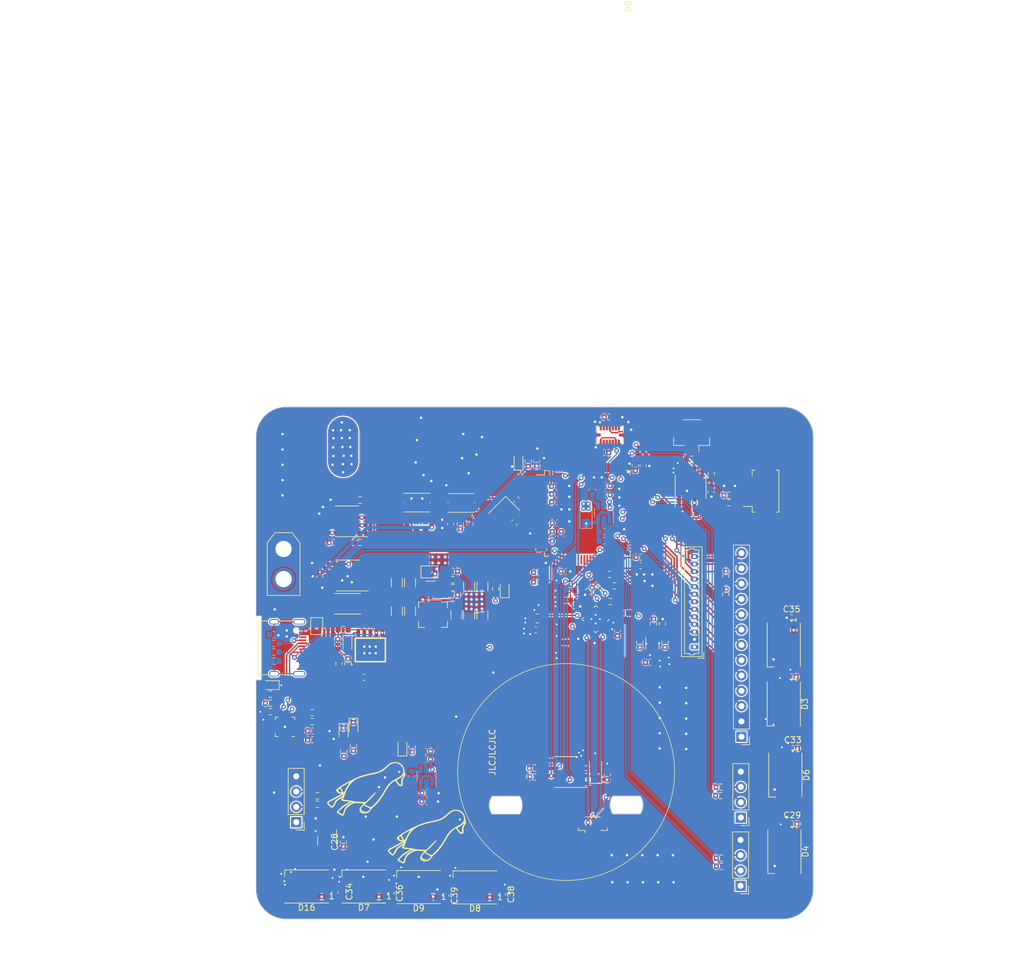
<source format=kicad_pcb>
(kicad_pcb (version 20221018) (generator pcbnew)
  (layers (0 "F.Cu" signal) (1 "In1.Cu" signal) (2 "In2.Cu" signal) (31 "B.Cu" signal) (34 "B.Paste" user) (35 "F.Paste" user) (36 "B.SilkS" user "B.Silkscreen") (37 "F.SilkS" user "F.Silkscreen") (38 "B.Mask" user) (39 "F.Mask" user) (44 "Edge.Cuts" user))
  (net 0 "")
  (net 1 "Net-(U1-BP)")
  (net 2 "GND")
  (net 3 "+3.3V")
  (net 4 "NRST")
  (net 5 "+5V")
  (net 6 "Net-(J1-SHIELD)")
  (net 7 "Net-(U7-VCP)")
  (net 8 "OSC_IN")
  (net 9 "OSC_OUT")
  (net 10 "Net-(U7-1V8OUT)")
  (net 11 "MCU_3.3V")
  (net 12 "Net-(D1-A)")
  (net 13 "Net-(D2-A)")
  (net 14 "Net-(D3-DIN)")
  (net 15 "Net-(D3-DOUT)")
  (net 16 "Net-(D4-DIN)")
  (net 17 "Net-(D4-DOUT)")
  (net 18 "/LED_DATA_5V")
  (net 19 "Net-(D7-DOUT)")
  (net 21 "Net-(U5-BP)")
  (net 22 "Net-(U11-BS)")
  (net 24 "Net-(J4-Pin_1)")
  (net 25 "MAG_CSN")
  (net 26 "MAG_CLK")
  (net 27 "MAG_DO")
  (net 28 "Net-(J4-Pin_2)")
  (net 29 "TMC_UL")
  (net 30 "TMC_VL")
  (net 31 "TMC_WL")
  (net 32 "TMC_UH")
  (net 33 "TMC_VH")
  (net 34 "TMC_WH")
  (net 35 "Net-(J4-Pin_3)")
  (net 36 "Net-(U3-RXD)")
  (net 37 "SYS_JTMS-SWDIO")
  (net 38 "SYS_JTCK-SWCLK")
  (net 39 "Net-(U3-TXD)")
  (net 40 "Net-(U2-VIO)")
  (net 41 "LED_DATA_3V3")
  (net 42 "SPI1_MOSI")
  (net 43 "CAN_TX")
  (net 44 "CAN_RX")
  (net 45 "Net-(U11-SW)")
  (net 46 "Net-(U11-FB)")
  (net 47 "VDD")
  (net 53 "CAN_L")
  (net 54 "CAN_H")
  (net 60 "VBUS")
  (net 67 "Net-(U8-VCAP_2)")
  (net 68 "Net-(U8-VCAP_1)")
  (net 69 "BOOT0")
  (net 73 "TMC_DIAG")
  (net 75 "UART4_TX")
  (net 76 "Net-(D13-K)")
  (net 77 "Net-(D13-A)")
  (net 78 "UART4_RX")
  (net 79 "USART2_TX")
  (net 80 "USART2_RX")
  (net 81 "Net-(JP2-B)")
  (net 90 "I2C2_SCL")
  (net 91 "I2C2_SDA")
  (net 92 "Net-(D14-A)")
  (net 94 "SPI2_SCK")
  (net 95 "SPI2_MISO")
  (net 96 "SPI2_MOSI")
  (net 97 "USART3_TX")
  (net 98 "USART3_RX")
  (net 99 "LCD_CS")
  (net 100 "LCD_DC")
  (net 101 "LCD_RST")
  (net 102 "LCD_BL")
  (net 103 "TP_RST")
  (net 104 "TP_INT")
  (net 105 "VBUS_IND")
  (net 106 "USART6_TX")
  (net 107 "Net-(D15-A)")
  (net 108 "TP_SDA")
  (net 109 "TP_SCL")
  (net 110 "USART1_TX")
  (net 111 "USART1_RX")
  (net 112 "Net-(D17-A)")
  (net 113 "IMU_SCK")
  (net 114 "IMU_MISO")
  (net 115 "IMU_MOSI")
  (net 116 "CSB_ACCEL")
  (net 117 "CSB_GYRO")
  (net 125 "Net-(D18-A)")
  (net 130 "CC1")
  (net 131 "CC2")
  (net 132 "Net-(J2-Pin_1)")
  (net 133 "Net-(J2-Pin_2)")
  (net 134 "Net-(U8-VREF+)")
  (net 135 "Net-(R33-Pad2)")
  (net 136 "Net-(R24-Pad1)")
  (net 137 "Net-(U12-DI)")
  (net 138 "USART6_RX")
  (net 139 "Net-(U9-VBUS)")
  (net 140 "Net-(U12-RO)")
  (net 141 "Net-(U13-ADDR)")
  (net 142 "IMU_INT1")
  (net 143 "IMU_INT2")
  (net 144 "IMU_INT3")
  (net 145 "IMU_INT4")
  (net 150 "A+")
  (net 151 "B-")
  (net 154 "PD_CFG1")
  (net 155 "Net-(J6-Pin_2)")
  (net 156 "Net-(J6-Pin_3)")
  (net 157 "Net-(J8-Pin_2)")
  (net 158 "Net-(J8-Pin_3)")
  (net 159 "Net-(J7-Pin_2)")
  (net 160 "Net-(J7-Pin_3)")
  (net 161 "V_IN")
  (net 162 "ADC")
  (net 169 "Net-(D16-DOUT)")
  (net 170 "Net-(D8-DIN)")
  (net 171 "USB_D+")
  (net 172 "USB_D-")
  (net 173 "Net-(U9-DM)")
  (footprint "Resistor_SMD:R_0603_1608Metric" (layer "F.Cu") (at 108.8 64.8)
    (fp_text reference "R20" hide)
    (fp_text value "100k")
  )
  (footprint "Resistor_SMD:R_0603_1608Metric" (layer "F.Cu") (at 127.252407 108.749444)
    (fp_text reference "R46" hide)
    (fp_text value "100")
  )
  (footprint "Resistor_SMD:R_0603_1608Metric" (layer "F.Cu") (at 82.672407 62.479444 180)
    (fp_text reference "R4" hide)
    (fp_text value "53.6k")
  )
  (footprint "Connector_AMASS:AMASS_XT30U-M_1x02_P5.0mm_Vertical" (layer "F.Cu") (at 54.572407 56.079444 -90)
    (fp_text reference "J12" hide)
    (fp_text value "Conn_01x02")
  )
  (footprint "Capacitor_SMD:C_0603_1608Metric" (layer "F.Cu") (at 125.536407 46.629444 -90)
    (fp_text reference "C3" hide)
    (fp_text value "100n")
  )
  (footprint "Connector_PinHeader_2.54mm:PinHeader_1x04_P2.54mm_Vertical" (layer "F.Cu") (at 56.672407 101.429444 180)
    (fp_text reference "J6" hide)
    (fp_text value "Conn_01x04_Pin")
  )
  (footprint "Capacitor_SMD:C_0603_1608Metric" (layer "F.Cu") (at 59.364907 86.289444)
    (fp_text reference "C22" hide)
    (fp_text value "100nF")
  )
  (footprint "Resistor_SMD:R_0603_1608Metric" (layer "F.Cu") (at 101.375 64.6 180)
    (fp_text reference "R21" hide)
    (fp_text value "100k")
  )
  (footprint "Capacitor_SMD:C_0603_1608Metric" (layer "F.Cu") (at 138.875 77.3)
    (fp_text reference "C40" hide)
    (fp_text value "0.1uF")
  )
  (footprint "Connector_USB:USB_C_Receptacle_Palconn_UTC16-G" (layer "F.Cu") (at 55.241007 72.477244 -90)
    (fp_text reference "J1" hide)
    (fp_text value "USB_C_Receptacle_USB2.0")
  )
  (footprint "Crystal:Crystal_SMD_3225-4Pin_3.2x2.5mm" (layer "F.Cu") (at 91.174184 49.923086 -135)
    (fp_text reference "Y2" hide)
    (fp_text value "Crystal_GND24")
  )
  (footprint "LED_SMD:LED_WS2812B_PLCC4_5.0x5.0mm_P3.2mm" (layer "F.Cu") (at 137.85 93.6 -90)
    (fp_text reference "D6")
    (fp_text value "WS2812B")
  )
  (footprint "LED_SMD:LED_WS2812B_PLCC4_5.0x5.0mm_P3.2mm" (layer "F.Cu") (at 58.4 112.1 180)
    (fp_text reference "D16")
    (fp_text value "WS2812B")
  )
  (footprint "Connector_JST:JST_SUR_BM03B-SURS-TF_1x03-1MP_P0.80mm_Vertical" (layer "F.Cu") (at 105.922407 101.779444)
    (fp_text reference "J4" hide)
    (fp_text value "Conn_01x03_MountingPin")
  )
  (footprint "Capacitor_SMD:C_0603_1608Metric" (layer "F.Cu") (at 82.672407 59.779444)
    (fp_text reference "C21" hide)
    (fp_text value "20pF")
  )
  (footprint "0_RM2023:PQFN50P450X300X100-16N" (layer "F.Cu") (at 108.722407 37.154444)
    (fp_text reference "U10" hide)
    (fp_text value "BMI088")
  )
  (footprint "Capacitor_SMD:C_0603_1608Metric" (layer "F.Cu") (at 92.899184 51.693086 -135)
    (fp_text reference "C2" hide)
    (fp_text value "20p")
  )
  (footprint "Capacitor_SMD:C_0603_1608Metric" (layer "F.Cu") (at 60.597407 60.674444 -90)
    (fp_text reference "C64" hide)
    (fp_text value "100n")
  )
  (footprint "Resistor_SMD:R_0603_1608Metric" (layer "F.Cu") (at 102.1 63 180)
    (fp_text reference "R23" hide)
    (fp_text value "100k")
  )
  (footprint "Diode_SMD:D_SMF" (layer "F.Cu") (at 106.372102 92.722642 90)
    (fp_text reference "D11" hide)
    (fp_text value "D_Schottky")
  )
  (footprint "Capacitor_SMD:C_0603_1608Metric" (layer "F.Cu") (at 72.4 113.2 -90)
    (fp_text reference "C36")
    (fp_text value "0.1uF")
  )
  (footprint "Capacitor_SMD:C_1206_3216Metric" (layer "F.Cu") (at 83.272407 67.029444 90)
    (fp_text reference "C25" hide)
    (fp_text value "C_Small")
  )
  (footprint "Capacitor_SMD:C_0603_1608Metric" (layer "F.Cu") (at 108.572407 34.179444 180)
    (fp_text reference "C43" hide)
    (fp_text value "C")
  )
  (footprint "Capacitor_SMD:C_0603_1608Metric" (layer "F.Cu") (at 96.425 69.5 180)
    (fp_text reference "C30" hide)
    (fp_text value "0.1uF")
  )
  (footprint "Resistor_SMD:R_0603_1608Metric" (layer "F.Cu") (at 128.472407 48.379444)
    (fp_text reference "R7" hide)
    (fp_text value "330")
  )
  (footprint "Resistor_SMD:R_0603_1608Metric" (layer "F.Cu") (at 117.9 71.6 90)
    (fp_text reference "R41" hide)
    (fp_text value "R_Small")
  )
  (footprint "Resistor_SMD:R_0603_1608Metric" (layer "F.Cu") (at 66.172407 88.754444 -90)
    (fp_text reference "R17" hide)
    (fp_text value "R")
  )
  (footprint "Resistor_SMD:R_0603_1608Metric" (layer "F.Cu") (at 95.172407 41.504444 90)
    (fp_text reference "R37" hide)
    (fp_text value "R")
  )
  (footprint "LED_SMD:LED_0603_1608Metric" (layer "F.Cu") (at 91.272407 62.679444 90)
    (fp_text reference "D15" hide)
    (fp_text value "LED")
  )
  (footprint "Capacitor_SMD:C_0603_1608Metric" (layer "F.Cu") (at 107.747407 40.079444)
    (fp_text reference "C42" hide)
    (fp_text value "C")
  )
  (footprint "LED_SMD:LED_WS2812B_PLCC4_5.0x5.0mm_P3.2mm" (layer "F.Cu") (at 137.7 106.3 -90)
    (fp_text reference "D4")
    (fp_text value "WS2812B")
  )
  (footprint "ch343:ESSOP-10" (layer "F.Cu") (at 68.972407 72.829444 90)
    (fp_text reference "U9" hide)
    (fp_text value "~")
  )
  (footprint "Capacitor_SMD:C_0603_1608Metric" (layer "F.Cu") (at 62.872407 54.979444)
    (fp_text reference "C61" hide)
    (fp_text value "100n")
  )
  (footprint "LED_SMD:LED_0603_1608Metric" (layer "F.Cu") (at 52.372407 78.679444 180)
    (fp_text reference "D14" hide)
    (fp_text value "LED")
  )
  (footprint "Package_TO_SOT_SMD:SOT-23-5" (layer "F.Cu") (at 61.8 104.5 -90)
    (fp_text reference "U6" hide)
    (fp_text value "SN74LV1T34DBV" hide)
  )
  (footprint "Resistor_SMD:R_0603_1608Metric" (layer "F.Cu") (at 67.272407 54.979444 180)
    (fp_text reference "R35" hide)
    (fp_text value "100")
  )
  (footprint "Resistor_SMD:R_0603_1608Metric" (layer "F.Cu") (at 127.972407 63.579444 -90)
    (fp_text reference "R30" hide)
    (fp_text value "R_Small")
  )
  (footprint "Resistor_SMD:R_0603_1608Metric" (layer "F.Cu") (at 76.612407 52.004444 -90)
    (fp_text reference "R8" hide)
    (fp_text value "330")
  )
  (footprint "LED_SMD:LED_0603_1608Metric" (layer "F.Cu") (at 93.572407 41.504444 90)
    (fp_text reference "D18" hide)
    (fp_text value "LED")
  )
  (footprint "Capacitor_SMD:C_1206_3216Metric" (layer "F.Cu") (at 87.572407 67.029444 90)
    (fp_text reference "C23" hide)
    (fp_text value "C_Small")
  )
  (footprint "Capacitor_SMD:C_0603_1608Metric" (layer "F.Cu") (at 139.1 89.2)
    (fp_text reference "C33")
    (fp_text value "0.1uF")
  )
  (footprint "Connector_PinHeader_2.54mm:PinHeader_1x04_P2.54mm_Vertical" (layer "F.Cu") (at 130.472407 100.659444 180)
    (fp_text reference "J7" hide)
    (fp_text value "Conn_01x04_Pin")
  )
  (footprint "Capacitor_SMD:C_1206_3216Metric" (layer "F.Cu") (at 73.372407 66.379444 90)
    (fp_text reference "C56" hide)
    (fp_text value "47uF")
  )
  (footprint "Resistor_SMD:R_0603_1608Metric" (layer "F.Cu") (at 127.127407 97.004444)
    (fp_text reference "R48" hide)
    (fp_text value "100")
  )
  (footprint "Resistor_SMD:R_0603_1608Metric" (layer "F.Cu") (at 60.172407 97.049444 180)
    (fp_text reference "R45" hide)
    (fp_text value "100")
  )
  (footprint "Resistor_SMD:R_0603_1608Metric" (layer "F.Cu") (at 59.324907 83.239444)
    (fp_text reference "R12" hide)
    (fp_text value "330")
  )
  (footprint "LOGO" (layer "F.Cu") (at 68.119292 95.174518)
    (fp_text reference "G***" hide)
    (fp_text value "LOGO" hide)
  )
  (footprint "Capacitor_SMD:C_0603_1608Metric" (layer "F.Cu") (at 67.872407 77.379444)
    (fp_text reference "C41" hide)
    (fp_text value "1U")
  )
  (footprint "Resistor_SMD:R_0603_1608Metric" (layer "F.Cu") (at 85.522407 51.924444 -90)
    (fp_text reference "R24" hide)
    (fp_text value "10k")
  )
  (footprint "LED_SMD:LED_WS2812B_PLCC4_5.0x5.0mm_P3.2mm" (layer "F.Cu") (at 137.6 72 -90)
    (fp_text reference "D5")
    (fp_text value "WS2812B")
  )
  (footprint "LED_SMD:LED_0603_1608Metric" (layer "F.Cu") (at 66.172407 85.666944 -90)
    (fp_text reference "D2" hide)
    (fp_text value "LED")
  )
  (footprint "Capacitor_SMD:C_0603_1608Metric" (layer "F.Cu") (at 113.847407 57.439444)
    (fp_text reference "C50" hide)
    (fp_text value "100n")
  )
  (footprint "Resistor_SMD:R_0603_1608Metric" (layer "F.Cu") (at 60.172407 98.449444 180)
    (fp_text reference "R27" hide)
    (fp_text value "100")
  )
  (footprint "Resistor_SMD:R_0603_1608Metric" (layer "F.Cu") (at 52.372407 83.079444 180)
    (fp_text reference "R44" hide)
    (fp_text value "100")
  )
  (footprint "Resistor_SMD:R_0603_1608Metric" (layer "F.Cu") (at 78.172407 51.974444 90)
    (fp_text reference "R33" hide)
    (fp_text value "10k")
  )
  (footprint "Resistor_SMD:R_2512_6332Metric" (layer "F.Cu") (at 65.197407 65.174444)
    (fp_text reference "R50" hide)
    (fp_text value "4m")
  )
  (footprint "Capacitor_SMD:C_0603_1608Metric" (layer "F.Cu") (at 81.5 113.6 -90)
    (fp_text reference "C39")
    (fp_text value "0.1uF")
  )
  (footprint "Resistor_SMD:R_0603_1608Metric" (layer "F.Cu") (at 109.5 62.2)
    (fp_text reference "R18" hide)
    (fp_text value "100k" hide)
  )
  (footprint "Resistor_SMD:R_0603_1608Metric" (layer "F.Cu") (at 63.772407 75.104444 -90)
    (fp_text reference "R32" hide)
    (fp_text value "10k")
  )
  (footprint "Capacitor_SMD:C_0603_1608Metric" (layer "F.Cu") (at 111.1 66.7 180)
    (fp_text reference "C32" hide)
    (fp_text value "0.1uF")
  )
  (footprint "Package_SO:SOIC-8_3.9x4.9mm_P1.27mm" (layer "F.Cu") (at 122.136407 45.729444 90)
    (fp_text reference "U2" hide)
    (fp_text value "TJA1042T-3")
  )
  (footprint "Package_TO_SOT_SMD:SOT-23-6" (layer "F.Cu") (at 78.972407 62.979444 180)
    (fp_text reference "U11" hide)
    (fp_text value "~")
  )
  (footprint "Resistor_SMD:R_0603_1608Metric" (layer "F.Cu") (at 89.772407 62.679444 90)
    (fp_text reference "R34" hide)
    (fp_text value "R")
  )
  (footprint "Capacitor_SMD:C_0603_1608Metric" (layer "F.Cu") (at 93.199184 47.893086 135)
    (fp_text reference "C1" hide)
    (fp_text value "20p")
  )
  (footprint "Resistor_SMD:R_0603_1608Metric" (layer "F.Cu") (at 64.472407 69.479444)
    (fp_text reference "R28" hide)
    (fp_text value "NC")
  )
  (footprint "Connector_Molex:Molex_PicoBlade_53047-1310_1x13_P1.25mm_Vertical" (layer "F.Cu") (at 122.772407 72.329444 90)
    (fp_text reference "J9" hide)
    (fp_text value "Conn_01x13")
  )
  (footprint "Capacitor_SMD:C_0603_1608Metric" (layer "F.Cu") (at 63.1 113.1 -90)
    (fp_text reference "C34")
    (fp_text value "0.1uF")
  )
  (footprint "Modified:QFN-20-1EP_3x3mm_P0.4mm_EP1.65x1.65mm_ThermalVias_LargerViaHoles" (layer "F.Cu") (at 106.372407 67.722337 -135)
    (fp_text reference "U7" hide)
    (fp_text value "TMC6300")
  )
  (footprint "LED_SMD:LED_0603_1608Metric" (layer "F.Cu") (at 65.172407 71.904444 -90)
    (fp_text reference "D13" hide)
    (fp_text value "LED")
  )
  (footprint "Resistor_SMD:R_0603_1608Metric" (layer "F.Cu") (at 52.372407 81.679444)
    (fp_text reference "R43" hide)
    (fp_text value "300")
  )
  (footprint "Button_Switch_SMD:SW_Push_1P1T_NO_CK_KMR2" (layer "F.Cu") (at 84.072407 48.429444 180)
    (fp_text reference "SW2" hide)
    (fp_text value "SW_Push")
  )
  (footprint "LED_SMD:LED_WS2812B_PLCC4_5.0x5.0mm_P3.2mm" (layer "F.Cu") (at 67.9 112.1 180)
    (fp_text reference "D7")
    (fp_text value "WS2812B")
  )
  (footprint "Capacitor_SMD:C_0603_1608Metric" (layer "F.Cu") (at 96.572407 41.479444 90)
    (fp_text reference "C45" hide)
    (fp_text value "1u")
  )
  (footprint "Resistor_SMD:R_0603_1608Metric" (layer "F.Cu") (at 64.572407 89.679444 -90)
    (fp_text reference "R16" hide)
    (fp_text value "R")
  )
  (footprint "LED_SMD:LED_WS2812B_PLCC4_5.0x5.0mm_P3.2mm" (layer "F.Cu") (at 77 112.2 180)
    (fp_text reference "D9")
    (fp_text value "WS2812B")
  )
  (footprint "Resistor_SMD:R_0603_1608Metric" (layer "F.Cu") (at 115.96 68.5 90)
    (fp_text reference "R39" hide)
    (fp_text value "10k")
  )
  (footprint "LOGO" (layer "F.Cu") (at 78.2 103.1)
    (fp_text reference "G***" hide)
    (fp_text value "LOGO" hide)
  )
  (footprint "Capacitor_SMD:C_1206_3216Metric" (layer "F.Cu") (at 85.372407 62.304444 -90)
    (fp_text reference "C54" hide)
    (fp_text value "C_Small")
  )
  (footprint "Resistor_SMD:R_0603_1608Metric" (layer "F.Cu") (at 128.472407 47.179444)
    (fp_text reference "R6" hide)
    (fp_text value "330")
  )
  (footprint "Capacitor_SMD:C_0603_1608Metric" (layer "F.Cu") (at 122.336407 50.129444 180)
    (fp_text reference "C18" hide)
    (fp_text value "100nF")
  )
  (footprint "Package_DFN_QFN:DFN-8-1EP_2x2mm_P0.5mm_EP0.9x1.6mm" (layer "F.Cu") (at 115.8 71.7 -90)
    (fp_text reference "U13" hide)
    (fp_text value "~")
  )
  (footprint "Resistor_SMD:R_0603_1608Metric" (layer "F.Cu") (at 83.922407 51.929444 -90)
    (fp_text reference "R9" hide)
    (fp_text value "330")
  )
  (footprint "Capacitor_SMD:C_1206_3216Metric" (layer "F.Cu") (at 85.372407 67.004444 90)
    (fp_text reference "C24" hide)
    (fp_text value "C_Small")
  )
  (footprint "Capacitor_SMD:C_0603_1608Metric" (layer "F.Cu") (at 112.947407 42.239444 90)
    (fp_text reference "C52" hide)
    (fp_text value "100n")
  )
  (footprint "Resistor_SMD:R_0603_1608Metric" (layer "F.Cu") (at 127.177407 95.599444)
    (fp_text reference "R49" hide)
    (fp_text value "100")
  )
  (footprint "Capacitor_SMD:C_1206_3216Metric" (layer "F.Cu") (at 75.572407 66.379444 90)
    (fp_text reference "C63" hide)
    (fp_text value "47uF")
  )
  (footprint "Capacitor_SMD:C_0603_1608Metric" (layer "F.Cu") (at 100.9 71.6 180)
    (fp_text reference "C37" hide)
    (fp_text value "0.1uF")
  )
  (footprint "Package_SO:SOIC-8_3.9x4.9mm_P1.27mm" (layer "F.Cu") (at 65.197407 60.474444 180)
    (fp_text reference "U14" hide)
    (fp_text value "INA282")
  )
  (footprint "Resistor_SMD:R_0603_1608Metric" (layer "F.Cu") (at 67.272407 47.979444)
    (fp_text reference "R10" hide)
    (fp_text value "100")
  )
  (footprint "Capacitor_SMD:C_0603_1608Metric" (layer "F.Cu") (at 82.672407 63.679444)
    (fp_text reference "C20" hide)
    (fp_text value "100nF")
  )
  (footprint "Resistor_SMD:R_0603_1608Metric" (layer "F.Cu") (at 63.572407 71.909444 -90)
    (fp_text reference "R42" hide)
    (fp_text value "R")
  )
  (footprint "Capacitor_SMD:C_0603_1608Metric" (layer "F.Cu") (at 108.322102 93.572642 90)
    (fp_text reference "C19" hide)
    (fp_text value "0.1uF")
  )
  (footprint "LED_SMD:LED_0603_1608Metric" (layer "F.Cu") (at 74.3 88.954444 90)
    (fp_text reference "D17" hide)
    (fp_text value "LED")
  )
  (footprint "Resistor_SMD:R_0603_1608Metric" (layer "F.Cu") (at 125.586407 43.529444 90)
    (fp_text reference "R29" hide)
    (fp_text value "0")
  )
  (footprint "Capacitor_SMD:C_0603_1608Metric" (layer "F.Cu") (at 139 101.7)
    (fp_text reference "C29")
    (fp_text value "0.1uF")
  )
  (footprint "Package_SO:SOIC-8_3.9x4.9mm_P1.27mm" (layer "F.Cu") (at 65.072407 51.479444 180)
    (fp_text reference "U12" hide)
    (fp_text value "MAX13488EASA")
  )
  (footprint "Capacitor_SMD:C_0603_1608Metric" (layer "F.Cu") (at 90.9 113.4 -90)
    (fp_text reference "C38")
    (fp_text value "0.1uF")
  )
  (footprint "Resistor_SMD:R_0603_1608Metric" (layer "F.Cu") (at 105.2 63.1 -135)
    (fp_text reference "R22" hide)
    (fp_text value "100k")
  )
  (footprint "Resistor_SMD:R_0603_1608Metric" (layer "F.Cu") (at 122.272407 41.179444)
    (fp_text reference "R25" hide)
    (fp_text value "120")
  )
  (footprint "Resistor_SMD:R_0603_1608Metric" (layer "F.Cu") (at 127.252407 107.399444)
    (fp_text reference "R47" hide)
    (fp_text value "100")
  )
  (footprint "Resistor_SMD:R_0603_1608Metric" (layer "F.Cu") (at 96.247102 93.922642 180)
    (fp_text reference "R14" hide)
    (fp_text value "2.2k")
  )
  (footprint "Capacitor_SMD:C_0603_1608Metric" (layer "F.Cu") (at 82.302407 51.929444 -90)
    (fp_text reference "C59" hide)
    (fp_text value "100n")
  )
  (footprint "Capacitor_SMD:C_0603_1608Metric" (layer "F.Cu") (at 64.5 104.7 90)
    (fp_text reference "C28")
    (fp_text value "0.1uF")
  )
  (footprint "Resistor_SMD:R_0603_1608Metric" (layer "F.Cu") (at 82.672407 61.179444)
    (fp_text reference "R5" hide)
    (fp_text value "10k")
  )
  (footprint "Resistor_SMD:R_0603_1608Metric" (layer "F.Cu") (at 117.46 68.5 -90)
    (fp_text reference "R38" hide)
    (fp_text value "10k")
  )
  (footprint "Capacitor_SMD:C_0805_2012Metric" (layer "F.Cu") (at 96.7 67.6 180)
    (fp_text reference "C27" hide)
    (fp_text value "22uF")
  )
  (footprint "Package_DFN_QFN:QFN-16-1EP_3x3mm_P0.5mm_EP1.7x1.7mm" (layer "F.Cu") (at 54.809907 85.604444 180)
    (fp_text reference "U3" hide)
    (fp_text value "ch343p")
  )
  (footprint "Jumper:SolderJumper-2_P1.3mm_Open_TrianglePad1.0x1.5mm" (layer "F.Cu") (at 78.772407 59.879444)
    (fp_text reference "JP1" hide)
    (fp_text value "Jumper_2_Open")
  )
  (footprint "Package_QFP:LQFP-100_14x14mm_P0.5mm" (layer "F.Cu") (at 104.997407 50.179444)
    (fp_text reference "U8" hide)
    (fp_text value "STM32F407VGTx" hide)
  )
  (footprint "Resistor_SMD:R_0603_1608Metric" (layer "F.Cu") (at 52.372407 80.179444 180)
    (fp_text reference "R11" hide)
    (fp_text value "R")
  )
  (footprint "Resistor_SMD:R_0603_1608Metric" (layer "F.Cu") (at 108.625 60.3)
    (fp_text reference "R19" hide)
    (fp_text value "100k")
  )
  (footprint "Capacitor_SMD:C_0603_1608Metric" (layer "F.Cu") (at 138.9 67.5)
    (fp_text reference "C35")
    (fp_text value "0.1uF")
  )
  (footprint "Package_SO:SOIC-8_3.9x4.9mm_P1.27mm" (layer "F.Cu") (at 101.472102 93.097642 180)
    (fp_text reference "U4" hide)
    (fp_text value "MT6701-CT")
  )
  (footprint "Capacitor_SMD:C_0603_1608Metric" (layer "F.Cu") (at 59.346157 87.739444)
    (fp_text reference "C26" hide)
    (fp_text value "100nF" hide)
  )
  (footprint "Capacitor_SMD:C_0603_1608Metric" (layer "F.Cu") (at 115.4 74.9)
    (fp_text reference "C62" hide)
    (fp_text value "100n")
  )
  (footprint "LED_SMD:LED_0603_1608Metric" (layer "F.Cu") (at 64.532407 86.544444 -90)
    (fp_text reference "D1" hide)
    (fp_text value "LED")
  )
  (footprint "Capacitor_SMD:C_1206_3216Metric" (layer "F.Cu") (at 87.572407 62.304444 -90)
    (fp_text reference "C55" hide)
    (fp_text value "C_Small")
  )
  (footprint "Button_Switch_SMD:SW_Push_1P1T_NO_CK_KMR2" (layer "F.Cu") (at 76.672407 48.379444 180)
    (fp_text reference "SW1" hide)
    (fp_text value "SW_Push")
  )
  (footprint "Connector_PinHeader_2.54mm:PinHeader_1x04_P2.54mm_Vertical" (layer "F.Cu") (at 130.427407 111.989444 180)
    (fp_text reference "J8" hide)
    (fp_text value "Conn_01x04_Pin")
  )
  (footprint "LED_SMD:LED_WS2812B_PLCC4_5.0x5.0mm_P3.2mm" (layer "F.Cu") (at 137.6 81.8 -90)
    (fp_text reference "D3")
    (fp_text value "WS2812B")
  )
  (footprint "0_RM2023:GH_1x02" (layer "F.Cu") (at 122.236407 36.950444 180)
    (fp_text reference "J5" hide)
    (fp_text value "Conn_01x02")
  )
  (footprint "Resistor_SMD:R_0603_1608Metric" (layer "F.Cu") (at 113.7 71.6 90)
    (fp_text reference "R40" hide)
    (fp_text value "R_Small" hide)
  )
  (footprint "Capacitor_SMD:C_1206_3216Metric" (layer "F.Cu") (at 75.572407 61.679444 -90)
    (fp_text reference "C17" hide)
    (fp_text value "47uF")
  )
  (footprint "BMI088:pads2" (layer "F.Cu") (at 72.344407 38.879444 90)
    (fp_text reference "J13" hide)
    (fp_text value "Conn_01x02_Pin")
  )
  (footprint "Resistor_SMD:R_0603_1608Metric" (layer "F.Cu") (at 75.9 88.954444 90)
    (fp_text reference "R36" hide)
    (fp_text value "R")
  )
  (footprint "Capacitor_SMD:C_0603_1608Metric" (layer "F.Cu") (at 113.847407 58.839444 180)
    (fp_text reference "C58" hide)
    (fp_text value "2.2u")
  )
  (footprint "Resistor_SMD:R_0603_1608Metric" (layer "F.Cu") (at 59.344907 84.739444)
    (fp_text reference "R13" hide)
    (fp_text value "330")
  )
  (footprint "Capacitor_SMD:C_0603_1608Metric" (layer "F.Cu") (at 75.072407 52.004444 90)
    (fp_text reference "C9" hide)
    (fp_text value "100n")
  )
  (footprint "Capacitor_SMD:C_0603_1608Metric" (layer "F.Cu") (at 110 69.7 90)
    (fp_text reference "C31" hide)
    (fp_text value "0.1uF")
  )
  (footprint "Jumper:SolderJumper-2_P1.3mm_Open_TrianglePad1.0x1.5mm" (layer "F.Cu") (at 60.072407 68.879444 -90)
    (fp_text reference "JP2" hide)
    (fp_text value "Jumper_2_Open")
  )
  (footprint "Inductor_SMD:L_Bourns-SRN4018" (layer "F.Cu") (at 79.372407 66.979444)
    (fp_text reference "L1" hide)
    (fp_text value "L_Small")
  )
  (footprint "Resistor_SMD:R_0603_1608Metric" (layer "F.Cu") (at 65.272407 75.104444 -90)
    (fp_text reference "R26" hide)
    (fp_text value "Ik")
  )
  (footprint "BMI088:padSmall2" (layer "F.Cu") (at 62.796407 36.379444 -90)
    (fp_text reference "J11" hide)
    (fp_text value "Conn_01x02_Pin")
  )
  (footprint "Capacitor_SMD:C_1206_3216Metric" (layer "F.Cu") (at 73.372407 61.679444 -90)
    (fp_text reference "C16" hide)
    (fp_text value "47uF")
  )
  (footprint "Connector_Molex:Molex_PicoBlade_53261-0471_1x04-1MP_P1.25mm_Horizontal" (layer "F.Cu") (at 134.072407 46.479444 90)
    (fp_text reference "J2" hide)
    (fp_text value "SWD")
  )
  (footprint "Connector_PinHeader_2.54mm:PinHeader_1x13_P2.54mm_Vertical" (layer "F.Cu") (at 130.572407 87.239444 180)
    (fp_text reference "J3" hide)
    (fp_text value "Conn_01x13_Pin")
  )
  (footprint "LED_SMD:LED_WS2812B_PLCC4_5.0x5.0mm_P3.2mm" (layer "F.Cu") (at 86.35 112.25 180)
    (fp_text reference "D8")
    (fp_text value "WS2812B")
  )
  (footprint "Resistor_SMD:R_0603_1608Metric" (layer "F.Cu") (at 127.972407 60.554444 -90)
    (fp_text reference "R31" hide)
    (fp_text value "R_Small")
  )
  (footprint "Resistor_SMD:R_0603_1608Metric" (layer "F.Cu") (at 96.247102 92.422642 180)
    (fp_text reference "R15" hide)
    (fp_text value "2.2k")
  )
  (footprint "Capacitor_SMD:C_0603_1608Metric" (layer "F.Cu") (at 114.247407 42.239444 -90)
    (fp_text reference "C57" hide)
    (fp_text value "2.2u")
  )
  (footprint "Capacitor_SMD:C_0603_1608Metric" (layer "B.Cu") (at 108.047407 45.519444 180)
    (fp_text reference "C8" hide)
    (fp_text value "10u")
  )
  (footprint "Capacitor_SMD:C_0603_1608Metric" (layer "B.Cu") (at 52.972407 70.279444)
    (fp_text reference "C11" hide)
    (fp_text value "100nF")
  )
  (footprint "Capacitor_SMD:C_0603_1608Metric" (layer "B.Cu") (at 105.797407 46.239444 90)
    (fp_text reference "C6" hide)
    (fp_text value "10n")
  )
  (footprint "Capacitor_SMD:C_0603_1608Metric" (layer "B.Cu") (at 101.4 59.8)
    (fp_text reference "C51" hide)
    (fp_text value "100n")
  )
  (footprint "Capacitor_SMD:C_0603_1608Metric" (layer "B.Cu") (at 99.972407 51.766944)
    (fp_text reference "C47" hide)
    (fp_text value "100n")
  )
  (footprint "Package_TO_SOT_SMD:SOT-23-5" (layer "B.Cu") (at 107.747407 50.039444 90)
    (fp_text reference "U1" hide)
    (fp_text value "RS3236")
  )
  (footprint "Capacitor_SMD:C_0603_1608Metric" (layer "B.Cu") (at 78.297407 96.579444)
    (fp_text reference "C10" hide)
    (fp_text value "10u")
  )
  (footprint "Capacitor_SMD:C_0603_1608Metric" (layer "B.Cu") (at 99.857407 48.239444)
    (fp_text reference "C44" hide)
    (fp_text value "4.7u")
  )
  (footprint "Resistor_SMD:R_0603_1608Metric" (layer "B.Cu") (at 52.972407 74.679444 180)
    (fp_text reference "R1" hide)
    (fp_text value "2.3k")
  )
  (footprint "Package_TO_SOT_SMD:SOT-23-5" (layer "B.Cu") (at 78.297407 93.779444 90)
    (fp_text reference "U5" hide)
    (fp_text value "RS3236")
  )
  (footprint "Capacitor_SMD:C_0603_1608Metric" (layer "B.Cu") (at 99.847407 46.939444)
    (fp_text reference "C53" hide)
    (fp_text value "100n")
  )
  (footprint "Inductor_SMD:L_0603_1608Metric" (layer "B.Cu") (at 99.172407 53.966944 -90)
    (fp_text reference "L3" hide)
    (fp_text value "220r")
  )
  (footprint "Capacitor_SMD:C_0603_1608Metric" (layer "B.Cu") (at 96.847407 59.964444)
    (fp_text reference "C49" hide)
    (fp_text value "100n")
  )
  (footprint "Capacitor_SMD:C_0603_1608Metric" (layer "B.Cu") (at 75.797407 93.779444 -90)
    (fp_text reference "C13" hide)
    (fp_text value "10n")
  )
  (footprint "Capacitor_SMD:C_0603_1608Metric" (layer "B.Cu") (at 78.222407 90.979444 180)
    (fp_text reference "C14" hide)
    (fp_text value "100n")
  )
  (footprint "Resistor_SMD:R_0603_1608Metric" (layer "B.Cu") (at 52.972407 71.754444 180)
    (fp_text reference "R3" hide)
    (fp_text value "5.1k")
  )
  (footprint "Diode_SMD:D_SMF" (layer "B.Cu") (at 104.772407 50.279444 90)
    (fp_text reference "D12" hide)
    (fp_text value "DSS34")
  )
  (footprint "Capacitor_SMD:C_0603_1608Metric" (layer "B.Cu") (at 96.847407 61.539444)
    (fp_text reference "C46" hide)
    (fp_text value "100n")
  )
  (footprint "Capacitor_SMD:C_0603_1608Metric" (layer "B.Cu") (at 78.297407 97.979444)
    (fp_text reference "C12" hide)
    (fp_text value "100n")
  )
  (footprint "Capacitor_SMD:C_0603_1608Metric" (layer "B.Cu") (at 107.772407 53.191944)
    (fp_text reference "C4" hide)
    (fp_text value "10u")
  )
  (footprint "Resistor_SMD:R_0603_1608Metric" (layer "B.Cu") (at 52.972407 73.174444 180)
    (fp_text reference "R2" hide)
    (fp_text value "5.1k")
  )
  (footprint "Capacitor_SMD:C_0603_1608Metric" (layer "B.Cu") (at 107.797407 54.701944)
    (fp_text reference "C5" hide)
    (fp_text value "100n")
  )
  (footprint "Capacitor_SMD:C_0603_1608Metric" (layer "B.Cu") (at 78.202407 89.679444 180)
    (fp_text reference "C15" hide)
    (fp_text value "10u")
  )
  (footprint "Capacitor_SMD:C_0603_1608Metric" (layer "B.Cu") (at 99.822407 45.639444)
    (fp_text reference "C48" hide)
    (fp_text value "100n")
  )
  (footprint "Capacitor_SMD:C_0603_1608Metric" (layer "B.Cu") (at 108.022407 47.039444 180)
    (fp_text reference "C7" hide)
    (fp_text value "100n")
  )
  (footprint "Capacitor_SMD:C_0603_1608Metric" (layer "B.Cu") (at 100.672407 53.966944 90)
    (fp_text reference "C60" hide)
    (fp_text value "100n")
  )
  (gr_circle (center 101.472102 93.097642) (end 119.472102 93.097642) (stroke (width 0.1)) (fill none) (layer "F.SilkS"))
  (gr_line (start 50 77.8) (end 50 112.5) (stroke (width 0.1)) (layer "Edge.Cuts"))
  (gr_arc (start 113.797102 97.097642) (mid 114.231212 98.572642) (end 113.797102 100.047642) (stroke (width 0.1)) (layer "Edge.Cuts"))
  (gr_arc (start 142.5 112.5) (mid 141.035534 116.035534) (end 137.5 117.5) (stroke (width 0.1)) (layer "Edge.Cuts"))
  (gr_line (start 89.172103 100.097641) (end 93.772102 100.085142) (stroke (width 0.1)) (layer "Edge.Cuts"))
  (gr_arc (start 109.197103 100.060141) (mid 108.767464 98.578892) (end 109.197102 97.097642) (stroke (width 0.1)) (layer "Edge.Cuts"))
  (gr_line (start 89.172102 97.128642) (end 93.772102 97.128642) (stroke (width 0.1)) (layer "Edge.Cuts"))
  (gr_line (start 50 67.2) (end 50.9 67.2) (stroke (width 0.1)) (layer "Edge.Cuts"))
  (gr_arc (start 50 37.5) (mid 51.464466 33.964466) (end 55 32.5) (stroke (width 0.1)) (layer "Edge.Cuts"))
  (gr_arc (start 137.5 32.5) (mid 141.035534 33.964466) (end 142.5 37.5) (stroke (width 0.1)) (layer "Edge.Cuts"))
  (gr_line (start 50 37.5) (end 50 67.2) (stroke (width 0.1)) (layer "Edge.Cuts"))
  (gr_arc (start 89.172103 100.097641) (mid 88.722878 98.613142) (end 89.172102 97.128642) (stroke (width 0.1)) (layer "Edge.Cuts"))
  (gr_line (start 109.197102 97.097642) (end 113.797102 97.097642) (stroke (width 0.1)) (layer "Edge.Cuts"))
  (gr_line (start 50.9 67.2) (end 50.9 77.7) (stroke (width 0.1)) (layer "Edge.Cuts"))
  (gr_line (start 137.5 117.5) (end 60 117.5) (stroke (width 0.1)) (layer "Edge.Cuts"))
  (gr_arc (start 55 117.5) (mid 51.464466 116.035534) (end 50 112.5) (stroke (width 0.1)) (layer "Edge.Cuts"))
  (gr_line (start 109.197103 100.060141) (end 113.797102 100.047642) (stroke (width 0.1)) (layer "Edge.Cuts"))
  (gr_line (start 142.5 37.5) (end 142.5 112.5) (stroke (width 0.1)) (layer "Edge.Cuts"))
  (gr_arc (start 93.772102 97.128642) (mid 94.203583 98.606892) (end 93.772102 100.085142) (stroke (width 0.1)) (layer "Edge.Cuts"))
  (gr_line (start 55 32.5) (end 137.5 32.5) (stroke (width 0.1)) (layer "Edge.Cuts"))
  (gr_line (start 50.9 77.7) (end 50.9 77.8) (stroke (width 0.1)) (layer "Edge.Cuts"))
  (gr_line (start 55 117.5) (end 60 117.5) (stroke (width 0.1)) (layer "Edge.Cuts"))
  (gr_line (start 50.9 77.8) (end 50 77.8) (stroke (width 0.1)) (layer "Edge.Cuts"))
  (gr_text "JLCJLCJLC\n" (at 89.232102 89.807642 90) (layer "F.SilkS") (effects (font (size 1 1))))
  (segment (start 105.797407 47.014444) (end 105.797407 47.901944) (width 0.508) (layer "B.Cu") (net 1))
  (segment (start 105.797407 47.901944) (end 106.797407 48.901944) (width 0.508) (layer "B.Cu") (net 1))
  (segment (start 121.501407 46.464444) (end 121.536407 46.429444) (width 0.25) (layer "F.Cu") (net 2))
  (segment (start 62.2 86.3) (end 62.210556 86.289444) (width 0.254) (layer "F.Cu") (net 2))
  (segment (start 60.139907 86.289444) (end 62.2 86.3) (width 0.254) (layer "F.Cu") (net 2))
  (segment (start 116.05 72.7125) (end 116.05 74.775) (width 0.2) (layer "F.Cu") (net 2))
  (segment (start 62.210556 86.289444) (end 62.4 86.1) (width 0.254) (layer "F.Cu") (net 2))
  (segment (start 60.121157 87.739444) (end 60.260601 87.6) (width 0.254) (layer "F.Cu") (net 2))
  (segment (start 57.411007 68.937244) (end 55.762756 68.937244) (width 0.2) (layer "F.Cu") (net 2))
  (segment (start 107.338093 34.957122) (end 106.257122 34.957122) (width 0.2) (layer "F.Cu") (net 2))
  (segment (start 95.679444 53.679444) (end 95.5 53.5) (width 0.2) (layer "F.Cu") (net 2))
  (segment (start 60.260601 87.6) (end 62.9 87.6) (width 0.254) (layer "F.Cu") (net 2))
  (segment (start 107.963397 68.181956) (end 108.706441 68.925) (width 0.2) (layer "F.Cu") (net 2))
  (segment (start 110.186366 36.604444) (end 110.820556 36.604444) (width 0.2) (layer "F.Cu") (net 2))
  (segment (start 99.497407 57.854444) (end 99.497407 60.897407) (width 0.2) (layer "F.Cu") (net 2))
  (segment (start 57.751007 69.277244) (end 57.411007 68.937244) (width 0.2) (layer "F.Cu") (net 2))
  (segment (start 116.55 74.525) (end 116.175 74.9) (width 0.2) (layer "F.Cu") (net 2))
  (segment (start 56.272407 85.854444) (end 55.873399 85.854444) (width 0.25) (layer "F.Cu") (net 2))
  (segment (start 108.722407 36.437452) (end 109.059955 36.775) (width 0.2) (layer "F.Cu") (net 2))
  (segment (start 107.722407 35.889444) (end 107.722407 35.341436) (width 0.2) (layer "F.Cu") (net 2))
  (segment (start 97.322407 53.679444) (end 95.679444 53.679444) (width 0.2) (layer "F.Cu") (net 2))
  (segment (start 55.762756 68.937244) (end 55.1 69.6) (width 0.2) (layer "F.Cu") (net 2))
  (segment (start 103.660428 71) (end 103.475 71) (width 0.2) (layer "F.Cu") (net 2))
  (segment (start 54.8 85.6) (end 54.984907 85.854444) (width 0.25) (layer "F.Cu") (net 2))
  (segment (start 110.01581 36.775) (end 110.186366 36.604444) (width 0.2) (layer "F.Cu") (net 2))
  (segment (start 109.059955 36.775) (end 110.01581 36.775) (width 0.2) (layer "F.Cu") (net 2))
  (segment (start 116.05 74.775) (end 116.175 74.9) (width 0.2) (layer "F.Cu") (net 2))
  (segment (start 60.121157 86.308194) (end 60.139907 86.289444) (width 0.254) (layer "F.Cu") (net 2))
  (segment (start 107.722407 35.341436) (end 107.338093 34.957122) (width 0.2) (layer "F.Cu") (net 2))
  (segment (start 108.722407 35.889444) (end 108.722407 36.437452) (width 0.2) (layer "F.Cu") (net 2))
  (segment (start 54.804444 85.604444) (end 54.8 85.6) (width 0.25) (layer "F.Cu") (net 2))
  (segment (start 62.9 87.6) (end 63 87.6) (width 0.254) (layer "F.Cu") (net 2))
  (segment (start 110.820556 36.604444) (end 111.15 36.275) (width 0.2) (layer "F.Cu") (net 2))
  (segment (start 105.629945 69.030485) (end 103.660428 71) (width 0.2) (layer "F.Cu") (net 2))
  (segment (start 121.501407 48.204444) (end 121.501407 46.464444) (width 0.5) (layer "F.Cu") (net 2))
  (segment (start 111.15 36.275) (end 112.275 36.275) (width 0.2) (layer "F.Cu") (net 2))
  (segment (start 108.706441 68.925) (end 110 68.925) (width 0.2) (layer "F.Cu") (net 2))
  (segment (start 55.623399 85.604444) (end 54.804444 85.604444) (width 0.25) (layer "F.Cu") (net 2))
  (segment (start 55.873399 85.854444) (end 55.623399 85.604444) (width 0.25) (layer "F.Cu") (net 2))
  (segment (start 116.55 72.7125) (end 116.55 74.525) (width 0.2) (layer "F.Cu") (net 2))
  (segment (start 99.497407 60.897407) (end 99.9 61.3) (width 0.2) (layer "F.Cu") (net 2))
  (via (at 81.6 45.5) (size 0.8) (drill 0.4) (layers "F.Cu" "B.Cu") (net 2))
  (via (at 115.4 73.7) (size 0.5) (drill 0.3) (layers "F.Cu" "B.Cu") (net 2))
  (via (at 84.2 41) (size 0.8) (drill 0.4) (layers "F.Cu" "B.Cu") (net 2))
  (via (at 94.7 68.3) (size 0.5) (drill 0.3) (layers "F.Cu" "B.Cu") (net 2))
  (via (at 64.3 61.3) (size 0.8) (drill 0.4) (layers "F.Cu" "B.Cu") (net 2))
  (via (at 127.7 45.6) (size 0.8) (drill 0.4) (layers "F.Cu" "B.Cu") (net 2))
  (via (at 65.9 61.6) (size 0.8) (drill 0.4) (layers "F.Cu" "B.Cu") (net 2))
  (via (at 62.7 110.7) (size 0.5) (drill 0.3) (layers "F.Cu" "B.Cu") (net 2))
  (via (at 114.4 60.3) (size 0.8) (drill 0.4) (layers "F.Cu" "B.Cu") (net 2))
  (via (at 117 86.66) (size 0.8) (drill 0.4) (layers "F.Cu" "B.Cu") (net 2))
  (via (at 99.9 74.2) (size 0.5) (drill 0.3) (layers "F.Cu" "B.Cu") (net 2))
  (via (at 117.5 67.7) (size 0.8) (drill 0.4) (layers "F.Cu" "B.Cu") (net 2))
  (via (at 99.9 70.5) (size 0.5) (drill 0.3) (layers "F.Cu" "B.Cu") (net 2))
  (via (at 119.3 42.7) (size 0.5) (drill 0.3) (layers "F.Cu" "B.Cu") (net 2))
  (via (at 136.1 108.7) (size 0.8) (drill 0.4) (layers "F.Cu" "B.Cu") (net 2))
  (via (at 138.1 100.5) (size 0.5) (drill 0.3) (layers "F.Cu" "B.Cu") (net 2))
  (via (at 82.2 110.3) (size 0.5) (drill 0.3) (layers "F.Cu" "B.Cu") (net 2))
  (via (at 69.872407 72.279444) (size 0.8) (drill 0.4) (layers "F.Cu" "B.Cu") (net 2))
  (via (at 111.68 111.4) (size 0.8) (drill 0.4) (layers "F.Cu" "B.Cu") (net 2))
  (via (at 51.2 84.4) (size 0.5) (drill 0.3) (layers "F.Cu" "B.Cu") (net 2))
  (via (at 121.536407 46.429444) (size 0.8) (drill 0.4) (layers "F.Cu" "B.Cu") (net 2))
  (via (at 75.8 47.7) (size 0.8) (drill 0.4) (layers "F.Cu" "B.Cu") (net 2))
  (via (at 102 49.5) (size 0.8) (drill 0.4) (layers "F.Cu" "B.Cu") (net 2))
  (via (at 115.8 62.2) (size 0.8) (drill 0.4) (layers "F.Cu" "B.Cu") (net 2))
  (via (at 94.5 70.1) (size 0.5) (drill 0.3) (layers "F.Cu" "B.Cu") (net 2))
  (via (at 121.4 81.68) (size 0.8) (drill 0.4) (layers "F.Cu" "B.Cu") (net 2))
  (via (at 138.3 88.3) (size 0.5) (drill 0.3) (layers "F.Cu" "B.Cu") (net 2))
  (via (at 91.3 111.8) (size 0.5) (drill 0.3) (layers "F.Cu" "B.Cu") (net 2))
  (via (at 54.8 111.8) (size 0.5) (drill 0.3) (layers "F.Cu" "B.Cu") (net 2))
  (via (at 77.6 47.7) (size 0.8) (drill 0.4) (layers "F.Cu" "B.Cu") (net 2))
  (via (at 107.4 44.2) (size 0.8) (drill 0.4) (layers "F.Cu" "B.Cu") (net 2))
  (via (at 111.8 43.3) (size 0.8) (drill 0.4) (layers "F.Cu" "B.Cu") (net 2))
  (via (at 104.616637 63.683363) (size 0.8) (drill 0.4) (layers "F.Cu" "B.Cu") (net 2))
  (via (at 63.9 110.5) (size 0.5) (drill 0.3) (layers "F.Cu" "B.Cu") (net 2))
  (via (at 84.4 37) (size 0.8) (drill 0.4) (layers "F.Cu" "B.Cu") (net 2))
  (via (at 103.2 90.6) (size 0.5) (drill 0.3) (layers "F.Cu" "B.Cu") (net 2))
  (via (at 109.3 68.3) (size 0.5) (drill 0.3) (layers "F.Cu" "B.Cu") (net 2))
  (via (at 137 77.5) (size 0.5) (drill 0.3) (layers "F.Cu" "B.Cu") (net 2))
  (via (at 119.3 111.4) (size 0.8) (drill 0.4) (layers "F.Cu" "B.Cu") (net 2))
  (via (at 121.4 89.3) (size 0.8) (drill 0.4) (layers "F.Cu" "B.Cu") (net 2))
  (via (at 80.1 112.6) (size 0.8) (drill 0.4) (layers "F.Cu" "B.Cu") (net 2))
  (via (at 116.66 106.9) (size 0.8) (drill 0.4) (layers "F.Cu" "B.Cu") (net 2))
  (via (at 67.972407 73.379444) (size 0.8) (drill 0.4) (layers "F.Cu" "B.Cu") (net 2))
  (via (at 117 84.12) (size 0.8) (drill 0.4) (layers "F.Cu" "B.Cu") (net 2))
  (via (at 74.1 108.9) (size 0.5) (drill 0.3) (layers "F.Cu" "B.Cu") (net 2))
  (via (at 80.9 51.2) (size 0.8) (drill 0.4) (layers "F.Cu" "B.Cu") (net 2))
  (via (at 106.257122 34.957122) (size 0.8) (drill 0.4) (layers "F.Cu" "B.Cu") (net 2))
  (via (at 110.8 34.2) (size 0.8) (drill 0.4) (layers "F.Cu" "B.Cu") (net 2))
  (via (at 65.1 109.3) (size 0.5) (drill 0.3) (layers "F.Cu" "B.Cu") (net 2))
  (via (at 99.9 61.3) (size 0.5) (drill 0.3) (layers "F.Cu" "B.Cu") (net 2))
  (via (at 54.2 78.7) (size 0.5) (drill 0.3) (layers "F.Cu" "B.Cu") (net 2))
  (via (at 121.4 84.22) (size 0.8) (drill 0.4) (layers "F.Cu" "B.Cu") (net 2))
  (via (at 55.1 69.6) (size 0.8) (drill 0.4) (layers "F.Cu" "B.Cu") (net 2))
  (via (at 87.5 37.5) (size 0.8) (drill 0.4) (layers "F.Cu" "B.Cu") (net 2))
  (via (at 106.3 90) (size 0.5) (drill 0.3) (layers "F.Cu" "B.Cu") (net 2))
  (via (at 69.872407 73.379444) (size 0.8) (drill 0.4) (layers "F.Cu" "B.Cu") (net 2))
  (via (at 136.1 96) (size 0.8) (drill 0.4) (layers "F.Cu" "B.Cu") (net 2))
  (via (at 116.9 71.7) (size 0.5) (drill 0.3) (layers "F.Cu" "B.Cu") (net 2))
  (via (at 92 113.1) (size 0.5) (drill 0.3) (layers "F.Cu" "B.Cu") (net 2))
  (via (at 76.7 38) (size 0.8) (drill 0.4) (layers "F.Cu" "B.Cu") (net 2))
  (via (at 61.1 49.1) (size 0.8) (drill 0.4) (layers "F.Cu" "B.Cu") (net 2))
  (via (at 119.2 106.9) (size 0.8) (drill 0.4) (layers "F.Cu" "B.Cu") (net 2))
  (via (at 114.5 61.4) (size 0.8) (drill 0.4) (layers "F.Cu" "B.Cu") (net 2))
  (via (at 80.3 96.6) (size 0.8) (drill 0.4) (layers "F.Cu" "B.Cu") (net 2))
  (via (at 68.2 100.5) (size 0.8) (drill 0.4) (layers "F.Cu" "B.Cu") (net 2))
  (via (at 83.218578 83.904088) (size 0.8) (drill 0.4) (layers "F.Cu" "B.Cu") (net 2))
  (via (at 60.5 50.2) (size 0.8) (drill 0.4) (layers "F.Cu" "B.Cu") (net 2))
  (via (at 115.3 42.3) (size 0.8) (drill 0.4) (layers "F.Cu" "B.Cu") (net 2))
  (via (at 59.4 60.6) (size 0.8) (drill 0.4) (layers "F.Cu" "B.Cu") (net 2))
  (via (at 68.5 108) (size 0.8) (drill 0.4) (layers "F.Cu" "B.Cu") (net 2))
  (via (at 118.6 75.2) (size 0.5) (drill 0.3) (layers "F.Cu" "B.Cu") (net 2))
  (via (at 129.5 45.6) (size 0.8) (drill 0.4) (layers "F.Cu" "B.Cu") (net 2))
  (via (at 99.7 65.6) (size 0.5) (drill 0.3) (layers "F.Cu" "B.Cu") (net 2))
  (via (at 114.12 106.9) (size 0.8) (drill 0.4) (layers "F.Cu" "B.Cu") (net 2))
  (via (at 106.4 39.2) (size 0.8) (drill 0.4) (layers "F.Cu" "B.Cu") (net 2))
  (via (at 138.1 67.5) (size 0.8) (drill 0.4) (layers "F.Cu" "B.Cu") (net 2))
  (via (at 109.1 69.4) (size 0.5) (drill 0.3) (layers "F.Cu" "B.Cu") (net 2))
  (via (at 102 45.6) (size 0.8) (drill 0.4) (layers "F.Cu" "B.Cu") (net 2))
  (via (at 116.76 111.4) (size 0.8) (drill 0.4) (layers "F.Cu" "B.Cu") (net 2))
  (via (at 63 109.3) (size 0.8) (drill 0.4) (layers "F.Cu" "B.Cu") (net 2))
  (via (at 69.5 104.3) (size 0.8) (drill 0.4) (layers "F.Cu" "B.Cu") (net 2))
  (via (at 59.3 58.4) (size 0.8) (drill 0.4) (layers "F.Cu" "B.Cu") (net 2))
  (via (at 54.4 44.64) (size 0.8) (drill 0.4) (layers "F.Cu" "B.Cu") (net 2))
  (via (at 54.4 39.56) (size 0.8) (drill 0.4) (layers "F.Cu" "B.Cu") (net 2))
  (via (at 103.8 65.6) (size 0.8) (drill 0.4) (layers "F.Cu" "B.Cu") (net 2))
  (via (at 55.8 109.7) (size 0.5) (drill 0.3) (layers "F.Cu" "B.Cu") (net 2))
  (via (at 72.9 110.3) (size 0.5) (drill 0.3) (layers "F.Cu" "B.Cu") (net 2))
  (via (at 80.2 98) (size 0.8) (drill 0.4) (layers "F.Cu" "B.Cu") (net 2))
  (via (at 80.9 52.6) (size 0.8) (drill 0.4) (layers "F.Cu" "B.Cu") (net 2))
  (via (at 110.3 46.1) (size 0.8) (drill 0.4) (layers "F.Cu" "B.Cu") (net 2))
  (via (at 137.3 89) (size 0.5) (drill 0.3) (layers "F.Cu" "B.Cu") (net 2))
  (via (at 114.22 111.4) (size 0.8) (drill 0.4) (layers "F.Cu" "B.Cu") (net 2))
  (via (at 96.7 39.4) (size 0.8) (drill 0.4) (layers "F.Cu" "B.Cu") (net 2))
  (via (at 64.5 103.925) (size 0.8) (drill 0.4) (layers "F.Cu" "B.Cu") (net 2))
  (via (at 117.1 75.6) (size 0.5) (drill 0.3) (layers "F.Cu" "B.Cu") (net 2))
  (via (at 77.4 34.3) (size 0.8) (drill 0.4) (layers "F.Cu" "B.Cu") (net 2))
  (via (at 83.1 109) (size 0.5) (drill 0.3) (layers "F.Cu" "B.Cu") (net 2))
  (via (at 95.5 70.2) (size 0.5) (drill 0.3) (layers "F.Cu" "B.Cu") (net 2))
  (via (at 56.5 109.2) (size 0.5) (drill 0.3) (layers "F.Cu" "B.Cu") (net 2))
  (via (at 104.3 89.5) (size 0.5) (drill 0.3) (layers "F.Cu" "B.Cu") (net 2))
  (via (at 106.2 71.7) (size 0.8) (drill 0.4) (layers "F.Cu" "B.Cu") (net 2))
  (via (at 53.1 66.1) (size 0.8) (drill 0.4) (layers "F.Cu" "B.Cu") (net 2))
  (via (at 73.3 111.6) (size 0.5) (drill 0.3) (layers "F.Cu" "B.Cu") (net 2))
  (via (at 117 74.6) (size 0.5) (drill 0.3) (layers "F.Cu" "B.Cu") (net 2))
  (via (at 120 41.8) (size 0.5) (drill 0.3) (layers "F.Cu" "B.Cu") (net 2))
  (via (at 103.475 71) (size 0.8) (drill 0.4) (layers "F.Cu" "B.Cu") (net 2))
  (via (at 65.2 60.6) (size 0.8) (drill 0.4) (layers "F.Cu" "B.Cu") (net 2))
  (via (at 112.275 36.275) (size 0.8) (drill 0.4) (layers "F.Cu" "B.Cu") (net 2))
  (via (at 96.2 66.2) (size 0.5) (drill 0.3) (layers "F.Cu" "B.Cu") (net 2))
  (via (at 99.9 68.6) (size 0.5) (drill 0.3) (layers "F.Cu" "B.Cu") (net 2))
  (via (at 55.1 70.6) (size 0.8) (drill 0.4) (layers "F.Cu" "B.Cu") (net 2))
  (via (at 59.9 100.8) (size 0.8) (drill 0.4) (layers "F.Cu" "B.Cu") (net 2))
  (via (at 95.5 53.5) (size 0.8) (drill 0.4) (layers "F.Cu" "B.Cu") (net 2))
  (via (at 111.58 106.9) (size 0.8) (drill 0.4) (layers "F.Cu" "B.Cu") (net 2))
  (via (at 106.1 44.2) (size 0.8) (drill 0.4) (layers "F.Cu" "B.Cu") (net 2))
  (via (at 108.3 91.7) (size 0.5) (drill 0.3) (layers "F.Cu" "B.Cu") (net 2))
  (via (at 111.8 35) (size 0.8) (drill 0.4) (layers "F.Cu" "B.Cu") (net 2))
  (via (at 111.1 52.8) (size 0.8) (drill 0.4) (layers "F.Cu" "B.Cu") (net 2))
  (via (at 76.5 41.7) (size 0.8) (drill 0.4) (layers "F.Cu" "B.Cu") (net 2))
  (via (at 62.4 47.9) (size 0.8) (drill 0.4) (layers "F.Cu" "B.Cu") (net 2))
  (via (at 99.7 63) (size 0.5) (drill 0.3) (layers "F.Cu" "B.Cu") (net 2))
  (via (at 86.6 40.4) (size 0.8) (drill 0.4) (layers "F.Cu" "B.Cu") (net 2))
  (via (at 104 90.4) (size 0.5) (drill 0.3) (layers "F.Cu" "B.Cu") (net 2))
  (via (at 117 81.58) (size 0.8) (drill 0.4) (layers "F.Cu" "B.Cu") (net 2))
  (via (at 94.5 69.3) (size 0.5) (drill 0.3) (layers "F.Cu" "B.Cu") (net 2))
  (via (at 102 51.5) (size 0.8) (drill 0.4) (layers "F.Cu" "B.Cu") (net 2))
  (via (at 54.2 110) (size 0.5) (drill 0.3) (layers "F.Cu" "B.Cu") (net 2))
  (via (at 50.7 83.1) (size 0.5) (drill 0.3) (layers "F.Cu" "B.Cu") (net 2))
  (via (at 89.38539 76.601572) (size 0.8) (drill 0.4) (layers "F.Cu" "B.Cu") (net 2))
  (via (at 110.3 48.9) (size 0.8) (drill 0.4) (layers "F.Cu" "B.Cu") (net 2))
  (via (at 62.2 86.3) (size 0.8) (drill 0.4) (layers "F.Cu" "B.Cu") (net 2))
  (via (at 113.2 60.3) (size 0.8) (drill 0.4) (layers "F.Cu" "B.Cu") (net 2))
  (via (at 115.8 60.3) (size 0.8) (drill 0.4) (layers "F.Cu" "B.Cu") (net 2))
  (via (at 135.9 85.2) (size 0.5) (drill 0.3) (layers "F.Cu" "B.Cu") (net 2))
  (via (at 59.9 102.9) (size 0.5) (drill 0.3) (layers "F.Cu" "B.Cu") (net 2))
  (via (at 99.8 73.3) (size 0.5) (drill 0.3) (layers "F.Cu" "B.Cu") (net 2))
  (via (at 117 89.2) (size 0.8) (drill 0.4) (layers "F.Cu" "B.Cu") (net 2))
  (via (at 97.8 41) (size 0.8) (drill 0.4) (layers "F.Cu" "B.Cu") (net 2))
  (via (at 54.4 47.18) (size 0.8) (drill 0.4) (layers "F.Cu" "B.Cu") (net 2))
  (via (at 73.4 100.5) (size 0.8) (drill 0.4) (layers "F.Cu" "B.Cu") (net 2))
  (via (at 137.1 101.8) (size 0.5) (drill 0.3) (layers "F.Cu" "B.Cu") (net 2))
  (via (at 100.7 49.5) (size 0.8) (drill 0.4) (layers "F.Cu" "B.Cu") (net 2))
  (via (at 99.7 64.9) (size 0.5) (drill 0.3) (layers "F.Cu" "B.Cu") (net 2))
  (via (at 72.1 111) (size 0.5) (drill 0.3) (layers "F.Cu" "B.Cu") (net 2))
  (via (at 54.7 111.2) (size 0.5) (drill 0.3) (layers "F.Cu" "B.Cu") (net 2))
  (via (at 67.8 110.5) (size 0.8) (drill 0.4) (layers "F.Cu" "B.Cu") (net 2))
  (via (at 109.04 106.9) (size 0.8) (drill 0.4) (layers "F.Cu" "B.Cu") (net 2))
  (via (at 92.5 42.4) (size 0.8) (drill 0.4) (layers "F.Cu" "B.Cu") (net 2))
  (via (at 109.14 111.4) (size 0.8) (drill 0.4) (layers "F.Cu" "B.Cu") (net 2))
  (via (at 54.8 85.6) (size 0.8) (drill 0.4) (layers "F.Cu" "B.Cu") (net 2))
  (via (at 119.3 43.4) (size 0.5) (drill 0.3) (layers "F.Cu" "B.Cu") (net 2))
  (via (at 102.175 59.8) (size 0.8) (drill 0.4) (layers "F.Cu" "B.Cu") (net 2))
  (via (at 62.9 87.6) (size 0.8) (drill 0.4) (layers "F.Cu" "B.Cu") (net 2))
  (via (at 112 41.9) (size 0.8) (drill 0.4) (layers "F.Cu" "B.Cu") (net 2))
  (via (at 68.872407 73.379444) (size 0.8) (drill 0.4) (layers "F.Cu" "B.Cu") (net 2))
  (via (at 96.9 65.4) (size 0.5) (drill 0.3) (layers "F.Cu" "B.Cu") (net 2))
  (via (at 102 47.4) (size 0.8) (drill 0.4) (layers "F.Cu" "B.Cu") (net 2))
  (via (at 114.8 71.8) (size 0.5) (drill 0.3) (layers "F.Cu" "B.Cu") (net 2))
  (via (at 77 110.5) (size 0.8) (drill 0.4) (layers "F.Cu" "B.Cu") (net 2))
  (via (at 67.972407 72.279444) (size 0.8) (drill 0.4) (layers "F.Cu" "B.Cu") (net 2))
  (via (at 110.3 47.5) (size 0.8) (drill 0.4) (layers "F.Cu" "B.Cu") (net 2))
  (via (at 99.6 64.1) (size 0.5) (drill 0.3) (layers "F.Cu" "B.Cu") (net 2))
  (via (at 134.6 84.3) (size 0.5) (drill 0.3) (layers "F.Cu" "B.Cu") (net 2))
  (via (at 68.872407 72.279444) (size 0.8) (drill 0.4) (layers "F.Cu" "B.Cu") (net 2))
  (via (at 135.9 74.4) (size 0.8) (drill 0.4) (layers "F.Cu" "B.Cu") (net 2))
  (via (at 117 79.04) (size 0.8) (drill 0.4) (layers "F.Cu" "B.Cu") (net 2))
  (via (at 138.7 76.1) (size 0.5) (drill 0.3) (layers "F.Cu" "B.Cu") (net 2))
  (via (at 121.4 79.14) (size 0.8) (drill 0.4) (layers "F.Cu" "B.Cu") (net 2))
  (via (at 60.6 92) (size 0.8) (drill 0.4) (layers "F.Cu" "B.Cu") (net 2))
  (via (at 53.7 70.4) (size 0.8) (drill 0.4) (layers "F.Cu" "B.Cu") (net 2))
  (via (at 54.4 37.02) (size 0.8) (drill 0.4) (layers "F.Cu" "B.Cu") (net 2))
  (via (at 125.6 47.4) (size 0.8) (drill 0.4) (layers "F.Cu" "B.Cu") (net 2))
  (via (at 70.4 95.6) (size 0.8) (drill 0.4) (layers "F.Cu" "B.Cu") (net 2))
  (via (at 98.1 58.4) (size 0.8) (drill 0.4) (layers "F.Cu" "B.Cu") (net 2))
  (via (at 120.795806 49.804194) (size 0.5) (drill 0.3) (layers "F.Cu" "B.Cu") (net 2))
  (via (at 79.1 44.8) (size 0.8) (drill 0.4) (layers "F.Cu" "B.Cu") (net 2))
  (via (at 77.8 43.8) (size 0.8) (drill 0.4) (layers "F.Cu" "B.Cu") (net 2))
  (via (at 61 62.5) (size 0.8) (drill 0.4) (layers "F.Cu" "B.Cu") (net 2))
  (via (at 71.4 94) (size 0.8) (drill 0.4) (layers "F.Cu" "B.Cu") (net 2))
  (via (at 94.7 67.6) (size 0.5) (drill 0.3) (layers "F.Cu" "B.Cu") (net 2))
  (via (at 54.4 42.1) (size 0.8) (drill 0.4) (layers "F.Cu" "B.Cu") (net 2))
  (via (at 118.5 74.1) (size 0.5) (drill 0.3) (layers "F.Cu" "B.Cu") (net 2))
  (via (at 103.6 89.9) (size 0.5) (drill 0.3) (layers "F.Cu" "B.Cu") (net 2))
  (via (at 63.8 111.3) (size 0.5) (drill 0.3) (layers "F.Cu" "B.Cu") (net 2))
  (via (at 85.3 43.5) (size 0.8) (drill 0.4) (layers "F.Cu" "B.Cu") (net 2))
  (via (at 53 96.5) (size 0.8) (drill 0.4) (layers "F.Cu" "B.Cu") (net 2))
  (via (at 121.4 86.76) (size 0.8) (drill 0.4) (layers "F.Cu" "B.Cu") (net 2))
  (segment (start 97.622407 61.539444) (end 97.622407 59.964444) (width 0.2) (layer "B.Cu") (net 2))
  (segment (start 57.180407 85.354444) (end 56.272407 85.354444) (width 0.2) (layer "F.Cu") (net 3))
  (segment (start 55.059907 83.596112) (end 55.988552 82.667467) (width 0.254) (layer "F.Cu") (net 3))
  (segment (start 103.979744 93.7) (end 103.947102 93.732642) (width 0.4) (layer "F.Cu") (net 3))
  (segment (start 58.572407 87.779444) (end 58.674907 87.779444) (width 0.2) (layer "F.Cu") (net 3))
  (segment (start 57.404907 85.578944) (end 58.115407 86.289444) (width 0.2) (layer "F.Cu") (net 3))
  (segment (start 57.249907 86.354444) (end 56.272407 86.354444) (width 0.25) (layer "F.Cu") (net 3))
  (segment (start 55.059907 84.080444) (end 55.059907 83.596112) (width 0.254) (layer "F.Cu") (net 3))
  (segment (start 58.562407 86.289444) (end 58.572407 86.279444) (width 0.2) (layer "F.Cu") (net 3))
  (segment (start 57.404907 86.509444) (end 58.572407 87.676944) (width 0.2) (layer "F.Cu") (net 3))
  (segment (start 57.404907 85.578944) (end 57.180407 85.354444) (width 0.2) (layer "F.Cu") (net 3))
  (segment (start 58.572407 87.676944) (end 58.572407 87.779444) (width 0.2) (layer "F.Cu") (net 3))
  (segment (start 58.674907 87.779444) (end 58.579907 87.684444) (width 0.2) (layer "F.Cu") (net 3))
  (segment (start 106.547102 94.347642) (end 106.372102 94.172642) (width 0.254) (layer "F.Cu") (net 3))
  (segment (start 58.572407 86.279444) (end 58.582407 86.289444) (width 0.2) (layer "F.Cu") (net 3))
  (segment (start 55.059907 83.682116) (end 55.059907 84.141944) (width 0.25) (layer "F.Cu") (net 3))
  (segment (start 103.947102 95.002642) (end 105.542102 95.002642) (width 0.4) (layer "F.Cu") (net 3))
  (segment (start 105.542102 95.002642) (end 106.372102 94.172642) (width 0.4) (layer "F.Cu") (net 3))
  (segment (start 58.115407 86.289444) (end 58.562407 86.289444) (width 0.2) (layer "F.Cu") (net 3))
  (segment (start 58.582407 86.289444) (end 58.589907 86.289444) (width 0.2) (layer "F.Cu") (net 3))
  (segment (start 108.322102 94.347642) (end 106.547102 94.347642) (width 0.6) (layer "F.Cu") (net 3))
  (segment (start 105.972642 94.172642) (end 105.5 93.7) (width 0.4) (layer "F.Cu") (net 3))
  (segment (start 106.372102 94.172642) (end 105.972642 94.172642) (width 0.4) (layer "F.Cu") (net 3))
  (segment (start 57.404907 86.509444) (end 57.249907 86.354444) (width 0.25) (layer "F.Cu") (net 3))
  (segment (start 105.5 93.7) (end 103.979744 93.7) (width 0.4) (layer "F.Cu") (net 3))
  (via (at 58.572407 87.779444) (size 0.8) (drill 0.4) (layers "F.Cu" "B.Cu") (net 3))
  (via (at 78.972407 89.679444) (size 0.8) (drill 0.4) (layers "F.Cu" "B.Cu") (net 3))
  (via (at 78.972407 90.979444) (size 0.8) (drill 0.4) (layers "F.Cu" "B.Cu") (net 3))
  (via (at 58.572407 86.279444) (size 0.8) (drill 0.4) (layers "F.Cu" "B.Cu") (net 3))
  (via (at 95.372407 92.479444) (size 0.8) (drill 0.4) (layers "F.Cu" "B.Cu") (net 3))
  (via (at 95.472407 93.879444) (size 0.8) (drill 0.4) (layers "F.Cu" "B.Cu") (net 3))
  (via (at 64.572407 90.479444) (size 0.8) (drill 0.4) (layers "F.Cu" "B.Cu") (net 3))
  (via (at 66.172407 89.579444) (size 0.8) (drill 0.4) (layers "F.Cu" "B.Cu") (net 3))
  (via (at 108.272407 94.379444) (size 0.8) (drill 0.4) (layers "F.Cu" "B.Cu") (net 3))
  (via (at 79.272407 92.679444) (size 0.8) (drill 0.4) (layers "F.Cu" "B.Cu") (net 3))
  (via (at 75.946343 89.8) (size 0.8) (drill 0.4) (layers "F.Cu" "B.Cu") (net 3))
  (via (at 55.988552 82.667467) (size 0.8) (drill 0.4) (layers "F.Cu" "B.Cu") (net 3))
  (segment (start 78.972407 89.679444) (end 78.972407 90.979444) (width 0.508) (layer "B.Cu") (net 3))
  (segment (start 78.977407 92.371944) (end 79.272407 92.666944) (width 0.508) (layer "B.Cu") (net 3))
  (segment (start 79.284907 92.679444) (end 79.247407 92.641944) (width 0.508) (layer "B.Cu") (net 3))
  (segment (start 79.272407 92.666944) (end 79.272407 92.679444) (width 0.508) (layer "B.Cu") (net 3))
  (segment (start 78.972407 90.979444) (end 78.977407 92.371944) (width 0.508) (layer "B.Cu") (net 3))
  (segment (start 79.272407 92.679444) (end 79.284907 92.679444) (width 0.508) (layer "B.Cu") (net 3))
  (segment (start 78.977407 89.679444) (end 78.972407 89.679444) (width 0.508) (layer "B.Cu") (net 3))
  (segment (start 75.072407 51.289444) (end 75.072407 51.229444) (width 0.2) (layer "F.Cu") (net 4))
  (segment (start 76.612407 52.829444) (end 77.282407 53.499444) (width 0.2) (layer "F.Cu") (net 4))
  (segment (start 76.612407 52.829444) (end 75.072407 51.289444) (width 0.2) (layer "F.Cu") (net 4))
  (segment (start 77.282407 53.499444) (end 93.599907 53.499444) (width 0.2) (layer "F.Cu") (net 4))
  (segment (start 96.419907 50.679444) (end 97.322407 50.679444) (width 0.2) (layer "F.Cu") (net 4))
  (segment (start 93.599907 53.499444) (end 96.419907 50.679444) (width 0.2) (layer "F.Cu") (net 4))
  (segment (start 115.05 72.7125) (end 114.6 73.1625) (width 0.2) (layer "F.Cu") (net 5))
  (segment (start 70.4 113.8) (end 72.175 113.75) (width 0.254) (layer "F.Cu") (net 5))
  (segment (start 122.75 48.4) (end 122.771407 48.421407) (width 0.508) (layer "F.Cu") (net 5))
  (segment (start 109.12507 70.475) (end 110 70.5) (width 0.2) (layer "F.Cu") (net 5))
  (segment (start 89.772407 63.504444) (end 89.772407 64.627593) (width 0.254) (layer "F.Cu") (net 5))
  (segment (start 110 70.5) (end 110 70.475) (width 0.2) (layer "F.Cu") (net 5))
  (segment (start 122.771407 48.204444) (end 122.771407 48.378593) (width 0.508) (layer "F.Cu") (net 5))
  (segment (start 79.4 113.8) (end 80.975 113.85) (width 0.254) (layer "F.Cu") (net 5))
  (segment (start 62.975 113.75) (end 63.1 113.875) (width 0.254) (layer "F.Cu") (net 5))
  (segment (start 103.321907 67.096588) (end 98.153412 67.096588) (width 0.2) (layer "F.Cu") (net 5))
  (segment (start 114.6 73.1625) (end 114.6 74.875) (width 0.2) (layer "F.Cu") (net 5))
  (segment (start 97.2 68.05) (end 97.2 69.5) (width 0.2) (layer "F.Cu") (net 5))
  (segment (start 113 66.7) (end 113.5 67.2) (width 0.2) (layer "F.Cu") (net 5))
  (segment (start 62.75 105.6375) (end 64.3375 105.6375) (width 0.2) (layer "F.Cu") (net 5))
  (segment (start 97.65 67.6) (end 97.2 68.05) (width 0.2) (layer "F.Cu") (net 5))
  (segment (start 139.5 91.15) (end 139.5 89.575) (width 0.2) (layer "F.Cu") (net 5))
  (segment (start 139.25 79.35) (end 139.65 78.95) (width 0.2) (layer "F.Cu") (net 5))
  (segment (start 139.775 103.425) (end 139.775 101.7) (width 0.2) (layer "F.Cu") (net 5))
  (segment (start 139.25 69.55) (end 139.25 67.925) (width 0.2) (layer "F.Cu") (net 5))
  (segment (start 90.625 113.9) (end 90.9 114.175) (width 0.254) (layer "F.Cu") (net 5))
  (segment (start 139.25 67.925) (end 139.675 67.5) (width 0.2) (layer "F.Cu") (net 5))
  (segment (start 88.8 113.9) (end 90.625 113.9) (width 0.254) (layer "F.Cu") (net 5))
  (segment (start 97.275 69.425) (end 97.2 69.5) (width 0.2) (layer "F.Cu") (net 5))
  (segment (start 122.771407 48.378593) (end 122.75 48.4) (width 0.508) (layer "F.Cu") (net 5))
  (segment (start 70.35 113.75) (end 70.4 113.8) (width 0.254) (layer "F.Cu") (net 5))
  (segment (start 64.5 105.475) (end 64.575 105.475) (width 0.2) (layer "F.Cu") (net 5))
  (segment (start 104.781417 68.181956) (end 104.407275 68.181956) (width 0.2) (layer "F.Cu") (net 5))
  (segment (start 104.407275 68.181956) (end 103.321907 67.096588) (width 0.2) (layer "F.Cu") (net 5))
  (segment (start 64.575 105.475) (end 64.6 105.5) (width 0.2) (layer "F.Cu") (net 5))
  (segment (start 114.6 74.875) (end 114.625 74.9) (width 0.2) (layer "F.Cu") (net 5))
  (segment (start 122.771407 49.789444) (end 123.111407 50.129444) (width 0.508) (layer "F.Cu") (net 5))
  (segment (start 72.175 113.75) (end 72.4 113.975) (width 0.254) (layer "F.Cu") (net 5))
  (segment (start 139.35 103.85) (end 139.775 103.425) (width 0.2) (layer "F.Cu") (net 5))
  (segment (start 139.65 78.95) (end 139.65 77.3) (width 0.2) (layer "F.Cu") (net 5))
  (segment (start 122.771407 48.421407) (end 122.771407 49.789444) (width 0.508) (layer "F.Cu") (net 5))
  (segment (start 98.153412 67.096588) (end 97.65 67.6) (width 0.2) (layer "F.Cu") (net 5))
  (segment (start 107.397712 68.747642) (end 109.12507 70.475) (width 0.2) (layer "F.Cu") (net 5))
  (segment (start 60.9 113.8) (end 62.975 113.75) (width 0.254) (layer "F.Cu") (net 5))
  (segment (start 139.5 89.575) (end 139.875 89.2) (width 0.2) (layer "F.Cu") (net 5))
  (segment (start 80.975 113.85) (end 81.5 114.375) (width 0.254) (layer "F.Cu") (net 5))
  (segment (start 79.45 113.85) (end 79.4 113.8) (width 0.254) (layer "F.Cu") (net 5))
  (segment (start 89.772407 64.627593) (end 89.75 64.65) (width 0.254) (layer "F.Cu") (net 5))
  (segment (start 111.875 66.7) (end 113 66.7) (width 0.2) (layer "F.Cu") (net 5))
  (segment (start 64.3375 105.6375) (end 64.5 105.475) (width 0.2) (layer "F.Cu") (net 5))
  (segment (start 60.85 113.75) (end 60.9 113.8) (width 0.254) (layer "F.Cu") (net 5))
  (via (at 84.9 63.6) (size 0.8) (drill 0.4) (layers "F.Cu" "B.Cu") (net 5))
  (via (at 117.9 72.4) (size 0.8) (drill 0.4) (layers "F.Cu" "B.Cu") (net 5))
  (via (at 81.4 58.4) (size 0.8) (drill 0.4) (layers "F.Cu" "B.Cu") (net 5))
  (via (at 64.1 36.35) (size 0.8) (drill 0.4) (layers "F.Cu" "B.Cu") (net 5))
  (via (at 84.9 64.4) (size 0.8) (drill 0.4) (layers "F.Cu" "B.Cu") (net 5))
  (via (at 88.8 113.9) (size 0.8) (drill 0.4) (layers "F.Cu" "B.Cu") (net 5))
  (via (at 64.45 43.35) (size 0.8) (drill 0.4) (layers "F.Cu" "B.Cu") (net 5))
  (via (at 77.55 96.6) (size 0.8) (drill 0.4) (layers "F.Cu" "B.Cu") (net 5))
  (via (at 139.875 89.2) (size 0.8) (drill 0.4) (layers "F.Cu" "B.Cu") (net 5))
  (via (at 64.243246 35.067081) (size 0.8) (drill 0.4) (layers "F.Cu" "B.Cu") (net 5))
  (via (at 67.55 50.85) (size 0.8) (drill 0.4) (layers "F.Cu" "B.Cu") (net 5))
  (via (at 84.9 65.2) (size 0.8) (drill 0.4) (layers "F.Cu" "B.Cu") (net 5))
  (via (at 62.85 37.7) (size 0.8) (drill 0.4) (layers "F.Cu" "B.Cu") (net 5))
  (via (at 62.7 42.1) (size 0.8) (drill 0.4) (layers "F.Cu" "B.Cu") (net 5))
  (via (at 85.75 66.05) (size 0.8) (drill 0.4) (layers "F.Cu" "B.Cu") (net 5))
  (via (at 79.3 58.4) (size 0.8) (drill 0.4) (layers "F.Cu" "B.Cu") (net 5))
  (via (at 65.65 39.15) (size 0.8) (drill 0.4) (layers "F.Cu" "B.Cu") (net 5))
  (via (at 62.65 53.4) (size 0.8) (drill 0.4) (layers "F.Cu" "B.Cu") (net 5))
  (via (at 128.05 62.75) (size 0.8) (drill 0.4) (layers "F.Cu" "B.Cu") (net 5))
  (via (at 85.75 64.45) (size 0.8) (drill 0.4) (layers "F.Cu" "B.Cu") (net 5))
  (via (at 64.35 39.15) (size 0.8) (drill 0.4) (layers "F.Cu" "B.Cu") (net 5))
  (via (at 116 67.7) (size 0.8) (drill 0.4) (layers "F.Cu" "B.Cu") (net 5))
  (via (at 62.85 40.65) (size 0.8) (drill 0.4) (layers "F.Cu" "B.Cu") (net 5))
  (via (at 113.5 67.2) (size 0.8) (drill 0.4) (layers "F.Cu" "B.Cu") (net 5))
  (via (at 104.8 51.85) (size 0.8) (drill 0.4) (layers "F.Cu" "B.Cu") (net 5))
  (via (at 60.9 113.8) (size 0.8) (drill 0.4) (layers "F.Cu" "B.Cu") (net 5))
  (via (at 81.4 57.4) (size 0.8) (drill 0.4) (layers "F.Cu" "B.Cu") (net 5))
  (via (at 64.5 105.475) (size 0.8) (drill 0.4) (layers "F.Cu" "B.Cu") (net 5))
  (via (at 85.75 65.25) (size 0.8) (drill 0.4) (layers "F.Cu" "B.Cu") (net 5))
  (via (at 83.447407 59.779444) (size 0.8) (drill 0.4) (layers "F.Cu" "B.Cu") (net 5))
  (via (at 64.55 40.6) (size 0.8) (drill 0.4) (layers "F.Cu" "B.Cu") (net 5))
  (via (at 139.25 69.55) (size 0.8) (drill 0.4) (layers "F.Cu" "B.Cu") (net 5))
  (via (at 86.6 66.15) (size 0.8) (drill 0.4) (layers "F.Cu" "B.Cu") (net 5))
  (via (at 80.3 58.4) (size 0.8) (drill 0.4) (layers "F.Cu" "B.Cu") (net 5))
  (via (at 80 59.4) (size 0.8) (drill 0.4) (layers "F.Cu" "B.Cu") (net 5))
  (via (at 113.7 72.425) (size 0.8) (drill 0.4) (layers "F.Cu" "B.Cu") (net 5))
  (via (at 139.775 101.7) (size 0.8) (drill 0.4) (layers "F.Cu" "B.Cu") (net 5))
  (via (at 65.85 42) (size 0.8) (drill 0.4) (layers "F.Cu" "B.Cu") (net 5))
  (via (at 65.55 37.65) (size 0.8) (drill 0.4) (layers "F.Cu" "B.Cu") (net 5))
  (via (at 62.796407 36.379444) (size 0.8) (drill 0.4) (layers "F.Cu" "B.Cu") (net 5))
  (via (at 62.8 39.2) (size 0.8) (drill 0.4) (layers "F.Cu" "B.Cu") (net 5))
  (via (at 86.6 63.6) (size 0.8) (drill 0.4) (layers "F.Cu" "B.Cu") (net 5))
  (via (at 122.75 48.4) (size 0.8) (drill 0.4) (layers "F.Cu" "B.Cu") (net 5))
  (via (at 67.6 52.15) (size 0.8) (drill 0.4) (layers "F.Cu" "B.Cu") (net 5))
  (via (at 65.8 40.6) (size 0.8) (drill 0.4) (layers "F.Cu" "B.Cu") (net 5))
  (via (at 79.3 57.4) (size 0.8) (drill 0.4) (layers "F.Cu" "B.Cu") (net 5))
  (via (at 87.5 65.2) (size 0.8) (drill 0.4) (layers "F.Cu" "B.Cu") (net 5))
  (via (at 103.321907 67.096588) (size 0.8) (drill 0.4) (layers "F.Cu" "B.Cu") (net 5))
  (via (at 87.5 66) (size 0.8) (drill 0.4) (layers "F.Cu" "B.Cu") (net 5))
  (via (at 79.7 60.2) (size 0.8) (drill 0.4) (layers "F.Cu" "B.Cu") (net 5))
  (via (at 139.65 77.3) (size 0.8) (drill 0.4) (layers "F.Cu" "B.Cu") (net 5))
  (via (at 85.75 63.6) (size 0.8) (drill 0.4) (layers "F.Cu" "B.Cu") (net 5))
  (via (at 110 70.5) (size 0.8) (drill 0.4) (layers "F.Cu" "B.Cu") (net 5))
  (via (at 86.6 65.3) (size 0.8) (drill 0.4) (layers "F.Cu" "B.Cu") (net 5))
  (via (at 64.45 42) (size 0.8) (drill 0.4) (layers "F.Cu" "B.Cu") (net 5))
  (via (at 128 59.75) (size 0.8) (drill 0.4) (layers "F.Cu" "B.Cu") (net 5))
  (via (at 64.25 37.65) (size 0.8) (drill 0.4) (layers "F.Cu" "B.Cu") (net 5))
  (via (at 86.6 64.45) (size 0.8) (drill 0.4) (layers "F.Cu" "B.Cu") (net 5))
  (via (at 70.4 113.8) (size 0.8) (drill 0.4) (layers "F.Cu" "B.Cu") (net 5))
  (via (at 87.5 63.55) (size 0.8) (drill 0.4) (layers "F.Cu" "B.Cu") (net 5))
  (via (at 87.45 64.4) (size 0.8) (drill 0.4) (layers "F.Cu" "B.Cu") (net 5))
  (via (at 89.75 64.65) (size 0.8) (drill 0.4) (layers "F.Cu" "B.Cu") (net 5))
  (via (at 77.5 98) (size 0.8) (drill 0.4) (layers "F.Cu" "B.Cu") (net 5))
  (via (at 62.15 55.05) (size 0.8) (drill 0.4) (layers "F.Cu" "B.Cu") (net 5))
  (via (at 65.55 36.35) (size 0.8) (drill 0.4) (layers "F.Cu" "B.Cu") (net 5))
  (via (at 114.625 74.9) (size 0.8) (drill 0.4) (layers "F.Cu" "B.Cu") (net 5))
  (via (at 79.4 113.8) (size 0.8) (drill 0.4) (layers "F.Cu" "B.Cu") (net 5))
  (via (at 84.9 66) (size 0.8) (drill 0.4) (layers "F.Cu" "B.Cu") (net 5))
  (via (at 80.3 57.4) (size 0.8) (drill 0.4) (layers "F.Cu" "B.Cu") (net 5))
  (segment (start 77.55 96.6) (end 77.347407 96.397407) (width 0.508) (layer "B.Cu") (net 5))
  (segment (start 77.347407 94.350259) (end 77.897222 93.800444) (width 0.508) (layer "B.Cu") (net 5))
  (segment (start 108.697407 50.404444) (end 108.697407 51.176944) (width 0.508) (layer "B.Cu") (net 5))
  (segment (start 106.797407 51.176944) (end 106.797407 50.610259) (width 0.508) (layer "B.Cu") (net 5))
  (segment (start 77.347407 96.397407) (end 77.347407 94.916944) (width 0.508) (layer "B.Cu") (net 5))
  (segment (start 85.372407 63.779444) (end 84.9 63.6) (width 0.2) (layer "B.Cu") (net 5))
  (segment (start 106.797407 51.176944) (end 106.797407 54.476944) (width 0.508) (layer "B.Cu") (net 5))
  (segment (start 79.247407 94.204444) (end 79.247407 94.916944) (width 0.508) (layer "B.Cu") (net 5))
  (segment (start 104.772407 51.729444) (end 106.244907 51.729444) (width 0.508) (layer "B.Cu") (net 5))
  (segment (start 84.9 63.6) (end 85.372407 61.704444) (width 0.2) (layer "B.Cu") (net 5))
  (segment (start 77.347407 94.916944) (end 77.347407 94.350259) (width 0.508) (layer "B.Cu") (net 5))
  (segment (start 106.797407 50.610259) (end 107.347222 50.060444) (width 0.508) (layer "B.Cu") (net 5))
  (segment (start 78.843407 93.800444) (end 79.247407 94.204444) (width 0.508) (layer "B.Cu") (net 5))
  (segment (start 77.522407 96.579444) (end 77.522407 97.979444) (width 0.508) (layer "B.Cu") (net 5))
  (segment (start 106.244907 51.729444) (end 106.797407 51.176944) (width 0.508) (layer "B.Cu") (net 5))
  (segment (start 85.372407 61.704444) (end 83.447407 59.779444) (width 0.2) (layer "B.Cu") (net 5))
  (segment (start 106.797407 54.476944) (end 107.022407 54.701944) (width 0.508) (layer "B.Cu") (net 5))
  (segment (start 77.897222 93.800444) (end 78.843407 93.800444) (width 0.508) (layer "B.Cu") (net 5))
  (segment (start 108.353407 50.060444) (end 108.697407 50.404444) (width 0.508) (layer "B.Cu") (net 5))
  (segment (start 107.347222 50.060444) (end 108.353407 50.060444) (width 0.508) (layer "B.Cu") (net 5))
  (segment (start 53.001007 75.475844) (end 53.797407 74.679444) (width 0.2) (layer "B.Cu") (net 6))
  (segment (start 53.001007 69.475844) (end 52.197407 70.279444) (width 0.2) (layer "B.Cu") (net 6))
  (segment (start 52.847407 73.729444) (end 53.797407 74.679444) (width 0.2) (layer "B.Cu") (net 6))
  (segment (start 57.171007 76.797244) (end 53.001007 76.797244) (width 0.2) (layer "B.Cu") (net 6))
  (segment (start 52.847407 70.929444) (end 52.847407 73.729444) (width 0.2) (layer "B.Cu") (net 6))
  (segment (start 57.171007 68.157244) (end 53.001007 68.157244) (width 0.2) (layer "B.Cu") (net 6))
  (segment (start 53.001007 68.157244) (end 53.001007 69.475844) (width 0.2) (layer "B.Cu") (net 6))
  (segment (start 52.197407 70.279444) (end 52.847407 70.929444) (width 0.2) (layer "B.Cu") (net 6))
  (segment (start 53.001007 76.797244) (end 53.001007 75.475844) (width 0.2) (layer "B.Cu") (net 6))
  (segment (start 107.9952 66.665231) (end 110.290231 66.665231) (width 0.2) (layer "F.Cu") (net 7))
  (segment (start 110.290231 66.665231) (end 110.325 66.7) (width 0.2) (layer "F.Cu") (net 7))
  (segment (start 107.680555 66.979875) (end 107.9952 66.665231) (width 0.2) (layer "F.Cu") (net 7))
  (segment (start 94.426328 47.930865) (end 95.867242 49.371779) (width 0.2) (layer "F.Cu") (net 8))
  (segment (start 91.350961 48.544228) (end 91.452026 48.544228) (width 0.2) (layer "F.Cu") (net 8))
  (segment (start 92.651176 47.345078) (end 93.012114 47.345078) (width 0.2) (layer "F.Cu") (net 8))
  (segment (start 96.610012 49.679444) (end 97.322407 49.679444) (width 0.2) (layer "F.Cu") (net 8))
  (segment (start 91.452026 48.544228) (end 92.651176 47.345078) (width 0.2) (layer "F.Cu") (net 8))
  (arc (start 95.867242 49.371779) (mid 96.208028 49.599485) (end 96.610012 49.679444) (width 0.2) (layer "F.Cu") (net 8))
  (arc (start 94.426328 47.930865) (mid 93.777481 47.497319) (end 93.012114 47.345078) (width 0.2) (layer "F.Cu") (net 8))
  (segment (start 94.644044 51.655307) (end 95.745688 50.553663) (width 0.2) (layer "F.Cu") (net 9))
  (segment (start 92.351176 52.241094) (end 93.22983 52.241094) (width 0.2) (layer "F.Cu") (net 9))
  (segment (start 91.412026 51.301944) (end 92.351176 52.241094) (width 0.2) (layer "F.Cu") (net 9))
  (segment (start 90.997407 51.301944) (end 91.412026 51.301944) (width 0.2) (layer "F.Cu") (net 9))
  (segment (start 96.649134 50.179444) (end 97.322407 50.179444) (width 0.2) (layer "F.Cu") (net 9))
  (arc (start 94.644044 51.655307) (mid 93.995197 52.088853) (end 93.22983 52.241094) (width 0.2) (layer "F.Cu") (net 9))
  (arc (start 95.745688 50.553663) (mid 96.160193 50.2767) (end 96.649134 50.179444) (width 0.2) (layer "F.Cu") (net 9))
  (segment (start 105.347102 68.747642) (end 104.094743 70) (width 0.2) (layer "F.Cu") (net 10))
  (segment (start 104.094743 70) (end 103.225 70) (width 0.2) (layer "F.Cu") (net 10))
  (segment (start 103.225 70) (end 101.6 71.625) (width 0.2) (layer "F.Cu") (net 10))
  (segment (start 125.836407 44.604444) (end 125.586407 44.354444) (width 0.508) (layer "F.Cu") (net 11))
  (segment (start 108.55 40.1) (end 108.501851 40.1) (width 0.2) (layer "F.Cu") (net 11))
  (segment (start 125.257407 44.683444) (end 118.983444 44.683444) (width 0.508) (layer "F.Cu") (net 11))
  (segment (start 97.322407 53.179444) (end 98.152737 53.179444) (width 0.2) (layer "F.Cu") (net 11))
  (segment (start 125.586407 45.804444) (end 125.536407 45.854444) (width 0.508) (layer "F.Cu") (net 11))
  (segment (start 108.55 40.051851) (end 108.55 40.1) (width 0.2) (layer "F.Cu") (net 11))
  (segment (start 98.997407 45.604444) (end 99.072407 45.679444) (width 0.254) (layer "F.Cu") (net 11))
  (segment (start 113.072407 57.479444) (end 111.372407 57.479444) (width 0.254) (layer "F.Cu") (net 11))
  (segment (start 62.662407 59.899444) (end 62.722407 59.839444) (width 0.25) (layer "F.Cu") (net 11))
  (segment (start 108.501851 40.1) (end 108.522407 40.079444) (width 0.2) (layer "F.Cu") (net 11))
  (segment (start 98.772407 46.679444) (end 99.072407 46.979444) (width 0.2) (layer "F.Cu") (net 11))
  (segment (start 99.997407 57.854444) (end 99.997407 59.172407) (width 0.2) (layer "F.Cu") (net 11))
  (segment (start 60.597407 59.899444) (end 60.599444 59.899444) (width 0.25) (layer "F.Cu") (net 11))
  (segment (start 131.672407 44.604444) (end 125.836407 44.604444) (width 0.508) (layer "F.Cu") (net 11))
  (segment (start 60.600556 59.899444) (end 62.662407 59.899444) (width 0.25) (layer "F.Cu") (net 11))
  (segment (start 99.072407 48.343958) (end 98.236921 49.179444) (width 0.254) (layer "F.Cu") (net 11))
  (segment (start 99.072407 54.679444) (end 99.172407 54.779444) (width 0.2) (layer "F.Cu") (net 11))
  (segment (start 97.322407 54.679444) (end 99.072407 54.679444) (width 0.2) (layer "F.Cu") (net 11))
  (segment (start 99.997407 59.172407) (end 100.625 59.8) (width 0.2) (layer "F.Cu") (net 11))
  (segment (start 108.222407 34.907122) (end 107.8 34.484715) (width 0.2) (layer "F.Cu") (net 11))
  (segment (start 125.586407 44.354444) (end 125.257407 44.683444) (width 0.508) (layer "F.Cu") (net 11))
  (segment (start 79.2 51.771851) (end 79.793407 51.178444) (width 0.6) (layer "F.Cu") (net 11))
  (segment (start 99.172407 52.159774) (end 99.172407 51.779444) (width 0.2) (layer "F.Cu") (net 11))
  (segment (start 60.6 59.9) (end 60.600556 59.899444) (width 0.25) (layer "F.Cu") (net 11))
  (segment (start 79.793407 51.178444) (end 79.793407 49.711444) (width 0.254) (layer "F.Cu") (net 11))
  (segment (start 98.236921 49.179444) (end 97.322407 49.179444) (width 0.254) (layer "F.Cu") (net 11))
  (segment (start 111.372407 57.479444) (end 110.997407 57.854444) (width 0.254) (layer "F.Cu") (net 11))
  (segment (start 79.793407 49.711444) (end 81.875407 47.629444) (width 0.254) (layer "F.Cu") (net 11))
  (segment (start 98.152737 53.179444) (end 99.172407 52.159774) (width 0.2) (layer "F.Cu") (net 11))
  (segment (start 99.072407 48.279444) (end 99.072407 48.343958) (width 0.254) (layer "F.Cu") (net 11))
  (segment (start 109.222407 38.419444) (end 109.222407 39.379444) (width 0.2) (layer "F.Cu") (net 11))
  (segment (start 81.875407 47.629444) (end 86.269407 47.629444) (width 0.254) (layer "F.Cu") (net 11))
  (segment (start 125.586407 44.354444) (end 125.586407 45.804444) (width 0.508) (layer "F.Cu") (net 11))
  (segment (start 112.972407 43.879444) (end 112.672407 44.179444) (width 0.254) (layer "F.Cu") (net 11))
  (segment (start 89.922407 47.629444) (end 95.172407 42.379444) (width 0.254) (layer "F.Cu") (net 11))
  (segment (start 107.8 34.484715) (end 107.8 34.2) (width 0.2) (layer "F.Cu") (net 11))
  (segment (start 98.997407 42.504444) (end 98.997407 45.604444) (width 0.254) (layer "F.Cu") (net 11))
  (segment (start 112.972407 43.079444) (end 112.972407 43.879444) (width 0.254) (layer "F.Cu") (net 11))
  (segment (start 78.172407 52.799444) (end 79.793407 51.178444) (width 0.254) (layer "F.Cu") (net 11))
  (segment (start 97.322407 46.679444) (end 98.772407 46.679444) (width 0.2) (layer "F.Cu") (net 11))
  (segment (start 60.599444 59.899444) (end 60.6 59.9) (width 0.25) (layer "F.Cu") (net 11))
  (segment (start 118.983444 44.683444) (end 113.1 38.8) (width 0.508) (layer "F.Cu") (net 11))
  (segment (start 108.222407 35.889444) (end 108.222407 34.907122) (width 0.2) (layer "F.Cu") (net 11))
  (segment (start 109.222407 39.379444) (end 108.55 40.051851) (width 0.2) (layer "F.Cu") (net 11))
  (segment (start 79.2 52.5) (end 79.2 51.771851) (width 0.6) (layer "F.Cu") (net 11))
  (segment (start 86.269407 47.629444) (end 89.922407 47.629444) (width 0.254) (layer "F.Cu") (net 11))
  (via (at 99.172407 51.779444) (size 0.8) (drill 0.4) (layers "F.Cu" "B.Cu") (net 11))
  (via (at 107.8 34.2) (size 0.8) (drill 0.4) (layers "F.Cu" "B.Cu") (net 11))
  (via (at 99.072407 48.279444) (size 0.8) (drill 0.4) (layers "F.Cu" "B.Cu") (net 11))
  (via (at 99.172407 54.779444) (size 0.8) (drill 0.4) (layers "F.Cu" "B.Cu") (net 11))
  (via (at 112.972407 43.079444) (size 0.8) (drill 0.4) (layers "F.Cu" "B.Cu") (net 11))
  (via (at 100.672407 53.179444) (size 0.8) (drill 0.4) (layers "F.Cu" "B.Cu") (net 11))
  (via (at 96.572407 42.279444) (size 0.8) (drill 0.4) (layers "F.Cu" "B.Cu") (net 11))
  (via (at 113.1 38.8) (size 0.8) (drill 0.4) (layers "F.Cu" "B.Cu") (net 11))
  (via (at 108.772407 47.079444) (size 0.8) (drill 0.4) (layers "F.Cu" "B.Cu") (net 11))
  (via (at 108.672407 48.279444) (size 0.8) (drill 0.4) (layers "F.Cu" "B.Cu") (net 11))
  (via (at 105.172407 49.379444) (size 0.8) (drill 0.4) (layers "F.Cu" "B.Cu") (net 11))
  (via (at 108.55 40.1) (size 0.8) (drill 0.4) (layers "F.Cu" "B.Cu") (net 11))
  (via (at 60.6 59.9) (size 0.5) (drill 0.3) (layers "F.Cu" "B.Cu") (net 11))
  (via (at 99.072407 46.979444) (size 0.8) (drill 0.4) (layers "F.Cu" "B.Cu") (net 11))
  (via (at 104.372407 48.579444) (size 0.8) (drill 0.4) (layers "F.Cu" "B.Cu") (net 11))
  (via (at 100.625 59.8) (size 0.8) (drill 0.4) (layers "F.Cu" "B.Cu") (net 11))
  (via (at 95.172407 42.379444) (size 0.8) (drill 0.4) (layers "F.Cu" "B.Cu") (net 11))
  (via (at 105.172407 48.579444) (size 0.8) (drill 0.4) (layers "F.Cu" "B.Cu") (net 11))
  (via (at 79.2 52.5) (size 0.8) (drill 0.4) (layers "F.Cu" "B.Cu") (net 11))
  (via (at 104.372407 49.379444) (size 0.8) (drill 0.4) (layers "F.Cu" "B.Cu") (net 11))
  (via (at 113.072407 57.479444) (size 0.8) (drill 0.4) (layers "F.Cu" "B.Cu") (net 11))
  (via (at 99.072407 45.679444) (size 0.8) (drill 0.4) (layers "F.Cu" "B.Cu") (net 11))
  (via (at 96.072407 61.579444) (size 0.8) (drill 0.4) (layers "F.Cu" "B.Cu") (net 11))
  (via (at 96.072407 59.979444) (size 0.8) (drill 0.4) (layers "F.Cu" "B.Cu") (net 11))
  (via (at 108.772407 45.579444) (size 0.8) (drill 0.4) (layers "F.Cu" "B.Cu") (net 11))
  (via (at 108.772407 49.179444) (size 0.8) (drill 0.4) (layers "F.Cu" "B.Cu") (net 11))
  (segment (start 60.6 59.9) (end 61.122793 59.9) (width 0.6) (layer "B.Cu") (net 11))
  (segment (start 61.122793 59.9) (end 68.522793 52.5) (width 0.6) (layer "B.Cu") (net 11))
  (segment (start 68.522793 52.5) (end 79.2 52.5) (width 0.6) (layer "B.Cu") (net 11))
  (segment (start 64.572407 87.371944) (end 64.532407 87.331944) (width 0.508) (layer "F.Cu") (net 12))
  (segment (start 64.572407 88.854444) (end 64.572407 87.371944) (width 0.508) (layer "F.Cu") (net 12))
  (segment (start 66.172407 87.929444) (end 66.172407 86.454444) (width 0.508) (layer "F.Cu") (net 13))
  (segment (start 136.2 91.15) (end 136.2 87.3) (width 0.2) (layer "F.Cu") (net 14))
  (segment (start 136.2 87.3) (end 139.25 84.25) (width 0.2) (layer "F.Cu") (net 14))
  (segment (start 135.95 77.75) (end 139.25 74.45) (width 0.2) (layer "F.Cu") (net 15))
  (segment (start 135.95 79.35) (end 135.95 77.75) (width 0.2) (layer "F.Cu") (net 15))
  (segment (start 88.8 110.6) (end 92.5 110.6) (width 0.2) (layer "F.Cu") (net 16))
  (segment (start 96.7 114.8) (end 135.8 114.8) (width 0.2) (layer "F.Cu") (net 16))
  (segment (start 139.35 111.25) (end 139.35 108.75) (width 0.2) (layer "F.Cu") (net 16))
  (segment (start 135.8 114.8) (end 139.35 111.25) (width 0.2) (layer "F.Cu") (net 16))
  (segment (start 92.5 110.6) (end 96.7 114.8) (width 0.2) (layer "F.Cu") (net 16))
  (segment (start 136.05 103.85) (end 136.05 99.5) (width 0.2) (layer "F.Cu") (net 17))
  (segment (start 136.05 99.5) (end 139.5 96.05) (width 0.2) (layer "F.Cu") (net 17))
  (segment (start 60.85 107.65) (end 55.95 112.55) (width 0.254) (layer "F.Cu") (net 18))
  (segment (start 60.85 105.6375) (end 60.85 107.65) (width 0.254) (layer "F.Cu") (net 18))
  (segment (start 55.95 112.55) (end 55.95 113.75) (width 0.254) (layer "F.Cu") (net 18))
  (segment (start 73.925 113.225) (end 74.55 113.85) (width 0.2) (layer "F.Cu") (net 19))
  (segment (start 70.35 110.45) (end 70.35 111.592462) (width 0.2) (layer "F.Cu") (net 19))
  (segment (start 71.982538 113.225) (end 73.925 113.225) (width 0.2) (layer "F.Cu") (net 19))
  (segment (start 70.35 111.592462) (end 71.982538 113.225) (width 0.2) (layer "F.Cu") (net 19))
  (segment (start 76.984907 93.004444) (end 77.347407 92.641944) (width 0.508) (layer "B.Cu") (net 21))
  (segment (start 75.797407 93.004444) (end 76.984907 93.004444) (width 0.508) (layer "B.Cu") (net 21))
  (segment (start 80.109907 63.929444) (end 81.647407 63.929444) (width 0.508) (layer "F.Cu") (net 22))
  (segment (start 81.647407 63.929444) (end 81.897407 63.679444) (width 0.508) (layer "F.Cu") (net 22))
  (segment (start 104.872407 70.839563) (end 104.872407 70.353708) (width 0.2) (layer "F.Cu") (net 24))
  (segment (start 104.872407 70.353708) (end 105.912788 69.313327) (width 0.2) (layer "F.Cu") (net 24))
  (segment (start 105.122407 102.629444) (end 105.122407 101.479444) (width 0.508) (layer "F.Cu") (net 24))
  (via (at 105.122407 101.479444) (size 0.8) (drill 0.4) (layers "F.Cu" "B.Cu") (net 24))
  (via (at 104.872407 70.839563) (size 0.8) (drill 0.4) (layers "F.Cu" "B.Cu") (net 24))
  (segment (start 104.872407 70.839563) (end 105.122407 71.089563) (width 0.508) (layer "B.Cu") (net 24))
  (segment (start 105.122407 71.089563) (end 105.122407 101.479444) (width 0.508) (layer "B.Cu") (net 24))
  (segment (start 104.997407 42.504444) (end 104.997407 44.304444) (width 0.254) (layer "F.Cu") (net 25))
  (segment (start 104.997407 44.304444) (end 103.972407 45.329444) (width 0.254) (layer "F.Cu") (net 25))
  (segment (start 101.499209 95.002642) (end 98.997102 95.002642) (width 0.254) (layer "F.Cu") (net 25))
  (segment (start 102.122407 94.379444) (end 101.499209 95.002642) (width 0.254) (layer "F.Cu") (net 25))
  (via (at 102.122407 94.379444) (size 0.8) (drill 0.4) (layers "F.Cu" "B.Cu") (net 25))
  (via (at 103.972407 45.329444) (size 0.8) (drill 0.4) (layers "F.Cu" "B.Cu") (net 25))
  (segment (start 101.622407 92.80131) (end 101.622407 63.779444) (width 0.254) (layer "B.Cu") (net 25))
  (segment (start 101.622407 63.779444) (end 102.495407 62.906444) (width 0.254) (layer "B.Cu") (net 25))
  (segment (start 102.122407 94.379444) (end 102.122407 93.30131) (width 0.254) (layer "B.Cu") (net 25))
  (segment (start 102.122407 93.30131) (end 101.622407 92.80131) (width 0.254) (layer "B.Cu") (net 25))
  (segment (start 102.495407 61.506444) (end 103.474407 60.527444) (width 0.254) (layer "B.Cu") (net 25))
  (segment (start 103.474407 45.827444) (end 103.972407 45.329444) (width 0.254) (layer "B.Cu") (net 25))
  (segment (start 102.495407 62.906444) (end 102.495407 61.506444) (width 0.254) (layer "B.Cu") (net 25))
  (segment (start 103.474407 60.527444) (end 103.474407 45.827444) (width 0.254) (layer "B.Cu") (net 25))
  (segment (start 103.972407 44.279444) (end 104.497407 43.754444) (width 0.25) (layer "F.Cu") (net 26))
  (segment (start 98.997102 93.732642) (end 97.262102 93.732642) (width 0.25) (layer "F.Cu") (net 26))
  (segment (start 104.497407 43.754444) (end 104.497407 42.504444) (width 0.25) (layer "F.Cu") (net 26))
  (via (at 98.997102 93.732642) (size 0.8) (drill 0.4) (layers "F.Cu" "B.Cu") (net 26))
  (via (at 103.972407 44.279444) (size 0.8) (drill 0.4) (layers "F.Cu" "B.Cu") (net 26))
  (segment (start 98.947407 91.704249) (end 98.947407 59.054444) (width 0.25) (layer "B.Cu") (net 26))
  (segment (start 103.022407 45.229444) (end 103.972407 44.279444) (width 0.25) (layer "B.Cu") (net 26))
  (segment (start 98.997102 93.732642) (end 98.997102 91.753944) (width 0.25) (layer "B.Cu") (net 26))
  (segment (start 102.972407 55.029444) (end 102.972407 54.429444) (width 0.25) (layer "B.Cu") (net 26))
  (segment (start 98.947407 59.054444) (end 102.972407 55.029444) (width 0.25) (layer "B.Cu") (net 26))
  (segment (start 102.972407 54.429444) (end 103.022407 54.379444) (width 0.25) (layer "B.Cu") (net 26))
  (segment (start 98.997102 91.753944) (end 98.947407 91.704249) (width 0.25) (layer "B.Cu") (net 26))
  (segment (start 103.022407 54.379444) (end 103.022407 45.229444) (width 0.25) (layer "B.Cu") (net 26))
  (segment (start 98.997102 92.462642) (end 100.064709 92.462642) (width 0.25) (layer "F.Cu") (net 27))
  (segment (start 98.997102 92.462642) (end 97.112102 92.462642) (width 0.25) (layer "F.Cu") (net 27))
  (segment (start 104.497407 59.502593) (end 104.497407 57.854444) (width 0.25) (layer "F.Cu") (net 27))
  (segment (start 102.570556 61.429444) (end 104.497407 59.502593) (width 0.25) (layer "F.Cu") (net 27))
  (segment (start 100.064709 92.462642) (end 100.397907 92.129444) (width 0.25) (layer "F.Cu") (net 27))
  (segment (start 99.439209 92.462642) (end 98.997102 92.462642) (width 0.254) (layer "F.Cu") (net 27))
  (segment (start 101.372407 61.429444) (end 102.570556 61.429444) (width 0.25) (layer "F.Cu") (net 27))
  (via (at 101.372407 61.429444) (size 0.8) (drill 0.4) (layers "F.Cu" "B.Cu") (net 27))
  (via (at 100.397907 92.129444) (size 0.8) (drill 0.4) (layers "F.Cu" "B.Cu") (net 27))
  (segment (start 100.572407 62.229444) (end 100.572407 91.954944) (width 0.25) (layer "B.Cu") (net 27))
  (segment (start 101.372407 61.429444) (end 100.572407 62.229444) (width 0.25) (layer "B.Cu") (net 27))
  (segment (start 100.572407 91.954944) (end 100.397907 92.129444) (width 0.25) (layer "B.Cu") (net 27))
  (segment (start 107.114869 69.030485) (end 107.55 69.465616) (width 0.2) (layer "F.Cu") (net 28))
  (segment (start 106.05 101.75959) (end 106.05 100.35) (width 0.508) (layer "F.Cu") (net 28))
  (segment (start 105.922407 101.887183) (end 106.05 101.75959) (width 0.508) (layer "F.Cu") (net 28))
  (segment (start 107.55 69.465616) (end 107.55 70.7) (width 0.2) (layer "F.Cu") (net 28))
  (segment (start 105.922407 102.629444) (end 105.922407 101.887183) (width 0.508) (layer "F.Cu") (net 28))
  (via (at 107.55 70.7) (size 0.8) (drill 0.4) (layers "F.Cu" "B.Cu") (net 28))
  (via (at 106.05 100.35) (size 0.8) (drill 0.4) (layers "F.Cu" "B.Cu") (net 28))
  (segment (start 106.05 100.35) (end 107.226407 99.173593) (width 0.508) (layer "B.Cu") (net 28))
  (segment (start 107.226407 99.173593) (end 107.226407 71.023593) (width 0.508) (layer "B.Cu") (net 28))
  (segment (start 107.226407 71.023593) (end 107.55 70.7) (width 0.508) (layer "B.Cu") (net 28))
  (segment (start 107.497407 59.163093) (end 107.497407 57.854444) (width 0.2) (layer "F.Cu") (net 29))
  (segment (start 105.790721 63.909279) (end 107.8 61.9) (width 0.2) (layer "F.Cu") (net 29))
  (segment (start 107.8 61.9) (end 107.8 59.465686) (width 0.2) (layer "F.Cu") (net 29))
  (segment (start 107.8 59.465686) (end 107.497407 59.163093) (width 0.2) (layer "F.Cu") (net 29))
  (segment (start 105.790721 66.009279) (end 105.790721 63.909279) (width 0.2) (layer "F.Cu") (net 29))
  (segment (start 102.2 62.40104) (end 102.2 65.2) (width 0.2) (layer "F.Cu") (net 30))
  (segment (start 102.2 65.2) (end 103.396588 66.396588) (width 0.2) (layer "F.Cu") (net 30))
  (segment (start 105.497407 57.854444) (end 105.497407 59.103633) (width 0.2) (layer "F.Cu") (net 30))
  (segment (start 105.497407 59.103633) (end 102.2 62.40104) (width 0.2) (layer "F.Cu") (net 30))
  (segment (start 103.915287 66.396588) (end 104.781417 67.262718) (width 0.2) (layer "F.Cu") (net 30))
  (segment (start 103.396588 66.396588) (end 103.915287 66.396588) (width 0.2) (layer "F.Cu") (net 30))
  (segment (start 102.9 63.684244) (end 105.629945 66.414189) (width 0.2) (layer "F.Cu") (net 31))
  (segment (start 106.497407 57.854444) (end 106.497407 60.082827) (width 0.2) (layer "F.Cu") (net 31))
  (segment (start 104.354858 61.045142) (end 102.9 62.5) (width 0.2) (layer "F.Cu") (net 31))
  (segment (start 105.535092 61.045142) (end 104.354858 61.045142) (width 0.2) (layer "F.Cu") (net 31))
  (segment (start 102.9 62.5) (end 102.9 63.684244) (width 0.2) (layer "F.Cu") (net 31))
  (segment (start 106.497407 60.082827) (end 105.535092 61.045142) (width 0.2) (layer "F.Cu") (net 31))
  (segment (start 108.047407 57.904444) (end 108.047407 58.7) (width 0.2) (layer "F.Cu") (net 32))
  (segment (start 107.397712 66.697032) (end 108.7 65.394744) (width 0.2) (layer "F.Cu") (net 32))
  (segment (start 108.047407 59.147407) (end 108.047407 57.904444) (width 0.2) (layer "F.Cu") (net 32))
  (segment (start 108.7 59.8) (end 108.047407 59.147407) (width 0.2) (layer "F.Cu") (net 32))
  (segment (start 107.997407 57.854444) (end 108.047407 57.904444) (width 0.2) (layer "F.Cu") (net 32))
  (segment (start 108.7 65.394744) (end 108.7 59.8) (width 0.2) (layer "F.Cu") (net 32))
  (segment (start 105.997407 59.592877) (end 105.997407 57.854444) (width 0.2) (layer "F.Cu") (net 33))
  (segment (start 105.245142 60.345142) (end 105.997407 59.592877) (width 0.2) (layer "F.Cu") (net 33))
  (segment (start 107.95 65.579058) (end 106.997712 66.531346) (width 0.2) (layer "F.Cu") (net 33))
  (segment (start 107.95 63.45) (end 107.95 65.579058) (width 0.2) (layer "F.Cu") (net 33))
  (segment (start 106.022407 57.829444) (end 105.997407 57.854444) (width 0.2) (layer "F.Cu") (net 33))
  (via (at 105.245142 60.345142) (size 0.8) (drill 0.4) (layers "F.Cu" "B.Cu") (net 33))
  (via (at 107.95 63.45) (size 0.8) (drill 0.4) (layers "F.Cu" "B.Cu") (net 33))
  (segment (start 105.245142 60.745142) (end 107.95 63.45) (width 0.2) (layer "B.Cu") (net 33))
  (segment (start 105.245142 60.345142) (end 105.245142 60.745142) (width 0.2) (layer "B.Cu") (net 33))
  (segment (start 106.832026 64.532026) (end 106.832026 66.131347) (width 0.2) (layer "F.Cu") (net 34))
  (segment (start 106.997407 61.302593) (end 106.997407 57.854444) (width 0.2) (layer "F.Cu") (net 34))
  (segment (start 106.6 64.3) (end 106.832026 64.532026) (width 0.2) (layer "F.Cu") (net 34))
  (segment (start 105.783363 62.516637) (end 106.997407 61.302593) (width 0.2) (layer "F.Cu") (net 34))
  (via (at 105.783363 62.516637) (size 0.8) (drill 0.4) (layers "F.Cu" "B.Cu") (net 34))
  (via (at 106.6 64.3) (size 0.8) (drill 0.4) (layers "F.Cu" "B.Cu") (net 34))
  (segment (start 105.783363 62.516637) (end 105.783363 63.483363) (width 0.2) (layer "B.Cu") (net 34))
  (segment (start 105.783363 63.483363) (end 106.6 64.3) (width 0.2) (layer "B.Cu") (net 34))
  (segment (start 111 73.8) (end 110.8 74) (width 0.2) (layer "F.Cu") (net 35))
  (segment (start 109.251102 96.148898) (end 109.251102 75.548898) (width 0.508) (layer "F.Cu") (net 35))
  (segment (start 108.1 99.2) (end 106.904 100.396) (width 0.508) (layer "F.Cu") (net 35))
  (segment (start 111 68.707538) (end 111 73.8) (width 0.2) (layer "F.Cu") (net 35))
  (segment (start 108.1 97.3) (end 109.251102 96.148898) (width 0.508) (layer "F.Cu") (net 35))
  (segment (start 107.963397 67.262718) (end 109.55518 67.262718) (width 0.2) (layer "F.Cu") (net 35))
  (segment (start 109.251102 75.548898) (end 110.8 74) (width 0.508) (layer "F.Cu") (net 35))
  (segment (start 109.55518 67.262718) (end 111 68.707538) (width 0.2) (layer "F.Cu") (net 35))
  (segment (start 106.904 100.396) (end 106.904 102.447851) (width 0.508) (layer "F.Cu") (net 35))
  (segment (start 108.1 97.3) (end 108.1 99.2) (width 0.508) (layer "F.Cu") (net 35))
  (segment (start 106.904 102.447851) (end 106.722407 102.629444) (width 0.508) (layer "F.Cu") (net 35))
  (via (at 108.1 97.3) (size 0.8) (drill 0.4) (layers "F.Cu" "B.Cu") (net 35))
  (segment (start 56.462407 83.239444) (end 58.499907 83.239444) (width 0.25) (layer "F.Cu") (net 36))
  (segment (start 55.559907 84.141944) (end 56.462407 83.239444) (width 0.25) (layer "F.Cu") (net 36))
  (segment (start 123.165987 45.679444) (end 124.734407 47.247864) (width 0.254) (layer "F.Cu") (net 37))
  (segment (start 112.672407 45.679444) (end 123.165987 45.679444) (width 0.254) (layer "F.Cu") (net 37))
  (segment (start 124.734407 47.891444) (end 125.222407 48.379444) (width 0.254) (layer "F.Cu") (net 37))
  (segment (start 124.734407 47.247864) (end 124.734407 47.891444) (width 0.254) (layer "F.Cu") (net 37))
  (segment (start 125.222407 48.379444) (end 127.647407 48.379444) (width 0.254) (layer "F.Cu") (net 37))
  (segment (start 112.422407 40.179444) (end 110.997407 41.604444) (width 0.254) (layer "F.Cu") (net 38))
  (segment (start 110.997407 41.604444) (end 110.997407 42.504444) (width 0.254) (layer "F.Cu") (net 38))
  (via (at 112.422407 40.179444) (size 0.8) (drill 0.4) (layers "F.Cu" "B.Cu") (net 38))
  (via (at 127.672407 47.179444) (size 0.8) (drill 0.4) (layers "F.Cu" "B.Cu") (net 38))
  (segment (start 120.672407 40.179444) (end 112.422407 40.179444) (width 0.254) (layer "B.Cu") (net 38))
  (segment (start 127.672407 47.179444) (end 120.672407 40.179444) (width 0.254) (layer "B.Cu") (net 38))
  (segment (start 56.272407 84.854444) (end 58.404907 84.854444) (width 0.25) (layer "F.Cu") (net 39))
  (segment (start 125.036407 43.254444) (end 125.586407 42.704444) (width 0.508) (layer "F.Cu") (net 40))
  (segment (start 124.041407 43.254444) (end 125.036407 43.254444) (width 0.508) (layer "F.Cu") (net 40))
  (segment (start 88.8 72.4) (end 88.2 72.4) (width 0.2) (layer "F.Cu") (net 41))
  (segment (start 110.55 44.45) (end 110.497407 44.397407) (width 0.2) (layer "F.Cu") (net 41))
  (segment (start 110.497407 44.397407) (end 110.497407 42.504444) (width 0.2) (layer "F.Cu") (net 41))
  (segment (start 61.8 98.8) (end 61.8 103.3625) (width 0.2) (layer "F.Cu") (net 41))
  (segment (start 88.2 72.4) (end 61.8 98.8) (width 0.2) (layer "F.Cu") (net 41))
  (via (at 110.55 44.45) (size 0.8) (drill 0.4) (layers "F.Cu" "B.Cu") (net 41))
  (via (at 88.8 72.4) (size 0.8) (drill 0.4) (layers "F.Cu" "B.Cu") (net 41))
  (segment (start 118.206407 46.179444) (end 112.672407 46.179444) (width 0.25) (layer "F.Cu") (net 43))
  (segment (start 120.231407 48.204444) (end 118.206407 46.179444) (width 0.25) (layer "F.Cu") (net 43))
  (segment (start 121.10859 50.929444) (end 123.572407 50.929444) (width 0.25) (layer "F.Cu") (net 44))
  (segment (start 124.041407 50.460444) (end 124.041407 48.204444) (width 0.25) (layer "F.Cu") (net 44))
  (segment (start 112.672407 46.679444) (end 116.85859 46.679444) (width 0.25) (layer "F.Cu") (net 44))
  (segment (start 116.85859 46.679444) (end 121.10859 50.929444) (width 0.25) (layer "F.Cu") (net 44))
  (segment (start 123.572407 50.929444) (end 124.041407 50.460444) (width 0.25) (layer "F.Cu") (net 44))
  (segment (start 83.497407 63.629444) (end 83.497407 62.479444) (width 0.508) (layer "F.Cu") (net 45))
  (via (at 83.447407 63.679444) (size 0.8) (drill 0.4) (layers "F.Cu" "B.Cu") (net 45))
  (via (at 77.672407 64.479444) (size 0.8) (drill 0.4) (layers "F.Cu" "B.Cu") (net 45))
  (segment (start 82.647407 64.479444) (end 77.672407 64.479444) (width 0.254) (layer "B.Cu") (net 45))
  (segment (start 83.447407 63.679444) (end 82.647407 64.479444) (width 0.254) (layer "B.Cu") (net 45))
  (segment (start 81.897407 59.779444) (end 81.897407 62.429444) (width 0.762) (layer "F.Cu") (net 46))
  (segment (start 80.109907 62.029444) (end 81.397407 62.029444) (width 0.508) (layer "F.Cu") (net 46))
  (segment (start 81.897407 62.429444) (end 81.847407 62.479444) (width 0.762) (layer "F.Cu") (net 46))
  (segment (start 81.397407 62.029444) (end 81.847407 62.479444) (width 0.508) (layer "F.Cu") (net 46))
  (segment (start 65.622407 74.329444) (end 66.972407 75.679444) (width 0.2) (layer "F.Cu") (net 47))
  (segment (start 65.272407 74.329444) (end 65.622407 74.329444) (width 0.2) (layer "F.Cu") (net 47))
  (segment (start 63.647407 69.479444) (end 63.647407 70.954444) (width 0.2) (layer "F.Cu") (net 47))
  (segment (start 66.972407 77.254444) (end 67.097407 77.379444) (width 0.2) (layer "F.Cu") (net 47))
  (segment (start 63.647407 70.954444) (end 63.572407 71.029444) (width 0.2) (layer "F.Cu") (net 47))
  (segment (start 66.972407 75.679444) (end 66.972407 77.254444) (width 0.2) (layer "F.Cu") (net 47))
  (via (at 63.572407 71.029444) (size 0.8) (drill 0.4) (layers "F.Cu" "B.Cu") (net 47))
  (via (at 65.272407 74.329444) (size 0.8) (drill 0.4) (layers "F.Cu" "B.Cu") (net 47))
  (segment (start 63.572407 72.629444) (end 65.272407 74.329444) (width 0.2) (layer "B.Cu") (net 47))
  (segment (start 63.572407 71.029444) (end 63.572407 72.629444) (width 0.2) (layer "B.Cu") (net 47))
  (segment (start 123.097407 39.290444) (end 122.836407 39.029444) (width 0.25) (layer "F.Cu") (net 53))
  (segment (start 123.097407 41.179444) (end 123.097407 39.290444) (width 0.25) (layer "F.Cu") (net 53))
  (segment (start 122.771407 43.254444) (end 122.771407 41.505444) (width 0.254) (layer "F.Cu") (net 53))
  (segment (start 122.771407 41.505444) (end 123.097407 41.179444) (width 0.254) (layer "F.Cu") (net 53))
  (segment (start 121.447407 39.218444) (end 121.636407 39.029444) (width 0.25) (layer "F.Cu") (net 54))
  (segment (start 121.501407 43.254444) (end 121.501407 41.233444) (width 0.254) (layer "F.Cu") (net 54))
  (segment (start 121.501407 41.233444) (end 121.447407 41.179444) (width 0.254) (layer "F.Cu") (net 54))
  (segment (start 121.447407 41.179444) (end 121.447407 39.218444) (width 0.25) (layer "F.Cu") (net 54))
  (segment (start 65.574444 65.174444) (end 68.159907 65.174444) (width 0.25) (layer "F.Cu") (net 60))
  (segment (start 67.672407 62.379444) (end 65.820556 62.379444) (width 0.25) (layer "F.Cu") (net 60))
  (segment (start 65.35 64.95) (end 65.574444 65.174444) (width 0.25) (layer "F.Cu") (net 60))
  (segment (start 65.820556 62.379444) (end 65.35 62.85) (width 0.25) (layer "F.Cu") (net 60))
  (segment (start 65.35 62.85) (end 65.35 64.95) (width 0.25) (layer "F.Cu") (net 60))
  (segment (start 114.247407 43.014444) (end 114.247407 44.552593) (width 0.254) (layer "F.Cu") (net 67))
  (segment (start 114.247407 44.552593) (end 113.620556 45.179444) (width 0.254) (layer "F.Cu") (net 67))
  (segment (start 113.620556 45.179444) (end 112.672407 45.179444) (width 0.254) (layer "F.Cu") (net 67))
  (segment (start 111.007893 59.279444) (end 112.632407 59.279444) (width 0.254) (layer "F.Cu") (net 68))
  (segment (start 110.497407 58.768958) (end 111.007893 59.279444) (width 0.254) (layer "F.Cu") (net 68))
  (segment (start 110.497407 57.854444) (end 110.497407 58.768958) (width 0.254) (layer "F.Cu") (net 68))
  (segment (start 112.632407 59.279444) (end 113.072407 58.839444) (width 0.254) (layer "F.Cu") (net 68))
  (segment (start 83.902407 52.754444) (end 82.302407 51.154444) (width 0.254) (layer "F.Cu") (net 69))
  (segment (start 101.997407 43.704444) (end 101.997407 42.504444) (width 0.2) (layer "F.Cu") (net 69))
  (segment (start 101.342043 43.89914) (end 101.802711 43.89914) (width 0.2) (layer "F.Cu") (net 69))
  (segment (start 101.802711 43.89914) (end 101.997407 43.704444) (width 0.2) (layer "F.Cu") (net 69))
  (segment (start 83.922407 52.754444) (end 83.902407 52.754444) (width 0.254) (layer "F.Cu") (net 69))
  (via (at 101.342043 43.89914) (size 0.8) (drill 0.4) (layers "F.Cu" "B.Cu") (net 69))
  (via (at 83.922407 52.754444) (size 0.8) (drill 0.4) (layers "F.Cu" "B.Cu") (net 69))
  (segment (start 101.342043 43.89914) (end 100.922347 43.479444) (width 0.2) (layer "B.Cu") (net 69))
  (segment (start 100.922347 43.479444) (end 93.197407 43.479444) (width 0.2) (layer "B.Cu") (net 69))
  (segment (start 93.197407 43.479444) (end 83.922407 52.754444) (width 0.2) (layer "B.Cu") (net 69))
  (segment (start 107.673293 56.2) (end 107.1 56.2) (width 0.2) (layer "F.Cu") (net 73))
  (segment (start 108.497407 57.024114) (end 107.673293 56.2) (width 0.2) (layer "F.Cu") (net 73))
  (segment (start 103.929057 69.6) (end 105.064259 68.464799) (width 0.2) (layer "F.Cu") (net 73))
  (segment (start 103.2 69.6) (end 103.929057 69.6) (width 0.2) (layer "F.Cu") (net 73))
  (segment (start 102.5 68.9) (end 103.2 69.6) (width 0.2) (layer "F.Cu") (net 73))
  (segment (start 108.497407 57.854444) (end 108.497407 57.024114) (width 0.2) (layer "F.Cu") (net 73))
  (via (at 102.5 68.9) (size 0.8) (drill 0.4) (layers "F.Cu" "B.Cu") (net 73))
  (via (at 107.1 56.2) (size 0.8) (drill 0.4) (layers "F.Cu" "B.Cu") (net 73))
  (segment (start 107.1 56.2) (end 103.901407 59.398593) (width 0.2) (layer "B.Cu") (net 73))
  (segment (start 103.2 61.405721) (end 103.2 64.1) (width 0.2) (layer "B.Cu") (net 73))
  (segment (start 103.2 64.1) (end 102.5 64.8) (width 0.2) (layer "B.Cu") (net 73))
  (segment (start 103.901407 59.398593) (end 103.901407 60.704314) (width 0.2) (layer "B.Cu") (net 73))
  (segment (start 102.5 64.8) (end 102.5 68.9) (width 0.2) (layer "B.Cu") (net 73))
  (segment (start 103.901407 60.704314) (end 103.2 61.405721) (width 0.2) (layer "B.Cu") (net 73))
  (segment (start 69.622407 53.779444) (end 69.622407 49.504444) (width 0.25) (layer "F.Cu") (net 75))
  (segment (start 97.322407 55.179444) (end 71.022407 55.179444) (width 0.25) (layer "F.Cu") (net 75))
  (segment (start 71.022407 55.179444) (end 69.622407 53.779444) (width 0.25) (layer "F.Cu") (net 75))
  (segment (start 69.622407 49.504444) (end 68.097407 47.979444) (width 0.25) (layer "F.Cu") (net 75))
  (segment (start 66.309907 69.979444) (end 65.172407 71.116944) (width 0.2) (layer "F.Cu") (net 76))
  (segment (start 66.972407 69.979444) (end 66.309907 69.979444) (width 0.2) (layer "F.Cu") (net 76))
  (segment (start 65.172407 72.691944) (end 63.614907 72.691944) (width 0.2) (layer "F.Cu") (net 77))
  (segment (start 63.614907 72.691944) (end 63.572407 72.734444) (width 0.2) (layer "F.Cu") (net 77))
  (segment (start 68.797407 55.679444) (end 97.322407 55.679444) (width 0.25) (layer "F.Cu") (net 78))
  (segment (start 68.097407 54.979444) (end 68.797407 55.679444) (width 0.25) (layer "F.Cu") (net 78))
  (segment (start 60.297407 96.567337) (end 62.9353 93.929444) (width 0.2) (layer "F.Cu") (net 79))
  (segment (start 66.622407 90.279444) (end 68.720556 90.279444) (width 0.2) (layer "F.Cu") (net 79))
  (segment (start 62.9353 93.929444) (end 62.972407 93.929444) (width 0.2) (layer "F.Cu") (net 79))
  (segment (start 96.9 62.1) (end 96.9 56.601851) (width 0.2) (layer "F.Cu") (net 79))
  (segment (start 62.972407 93.929444) (end 66.622407 90.279444) (width 0.2) (layer "F.Cu") (net 79))
  (segment (start 60.297407 97.749444) (end 60.297407 96.567337) (width 0.2) (layer "F.Cu") (net 79))
  (segment (start 68.720556 90.279444) (end 96.9 62.1) (width 0.2) (layer "F.Cu") (net 79))
  (segment (start 60.997407 98.449444) (end 60.297407 97.749444) (width 0.2) (layer "F.Cu") (net 79))
  (segment (start 96.9 56.601851) (end 97.322407 56.179444) (width 0.2) (layer "F.Cu") (net 79))
  (segment (start 98.872407 57.979444) (end 98.997407 57.854444) (width 0.2) (layer "F.Cu") (net 80))
  (segment (start 66.947407 91.099444) (end 68.93487 91.099444) (width 0.2) (layer "F.Cu") (net 80))
  (segment (start 60.997407 97.049444) (end 66.947407 91.099444) (width 0.2) (layer "F.Cu") (net 80))
  (segment (start 68.93487 91.099444) (end 88.034315 72) (width 0.2) (layer "F.Cu") (net 80))
  (segment (start 98.872407 61.177593) (end 98.872407 57.979444) (width 0.2) (layer "F.Cu") (net 80))
  (segment (start 88.05 72) (end 98.872407 61.177593) (width 0.2) (layer "F.Cu") (net 80))
  (segment (start 88.034315 72) (end 88.05 72) (width 0.2) (layer "F.Cu") (net 80))
  (segment (start 115 70.6375) (end 115.05 70.6875) (width 0.2) (layer "F.Cu") (net 90))
  (segment (start 113.825 70.9) (end 113.7 70.775) (width 0.2) (layer "F.Cu") (net 90))
  (segment (start 115.05 70.6875) (end 114.8375 70.9) (width 0.2) (layer "F.Cu") (net 90))
  (segment (start 115 64.441107) (end 115 70.6375) (width 0.2) (layer "F.Cu") (net 90))
  (segment (start 114.8375 70.9) (end 113.825 70.9) (width 0.2) (layer "F.Cu") (net 90))
  (segment (start 109.497407 58.938514) (end 115 64.441107) (width 0.2) (layer "F.Cu") (net 90))
  (segment (start 109.497407 57.854444) (end 109.497407 58.938514) (width 0.2) (layer "F.Cu") (net 90))
  (segment (start 118.8 67.675421) (end 109.997407 58.872828) (width 0.2) (layer "F.Cu") (net 91))
  (segment (start 109.997407 58.872828) (end 109.997407 57.854444) (width 0.2) (layer "F.Cu") (net 91))
  (segment (start 117.8125 70.6875) (end 117.9 70.775) (width 0.2) (layer "F.Cu") (net 91))
  (segment (start 117.9 70.775) (end 118.525 70.775) (width 0.2) (layer "F.Cu") (net 91))
  (segment (start 118.525 70.775) (end 118.8 70.5) (width 0.2) (layer "F.Cu") (net 91))
  (segment (start 118.8 70.5) (end 118.8 67.675421) (width 0.2) (layer "F.Cu") (net 91))
  (segment (start 116.55 70.6875) (end 117.8125 70.6875) (width 0.2) (layer "F.Cu") (net 91))
  (segment (start 117.8 70.65) (end 117.9 70.75) (width 0.2) (layer "F.Cu") (net 91))
  (segment (start 51.547407 78.716944) (end 51.584907 78.679444) (width 0.508) (layer "F.Cu") (net 92))
  (segment (start 51.547407 80.179444) (end 51.547407 78.716944) (width 0.508) (layer "F.Cu") (net 92))
  (segment (start 122.80054 67.329444) (end 128.772407 73.301311) (width 0.254) (layer "F.Cu") (net 94))
  (segment (start 128.772407 75.279444) (end 130.572407 77.079444) (width 0.254) (layer "F.Cu") (net 94))
  (segment (start 122.322407 67.329444) (end 119.572407 64.579444) (width 0.254) (layer "F.Cu") (net 94))
  (segment (start 114.102927 55.679444) (end 112.672407 55.679444) (width 0.254) (layer "F.Cu") (net 94))
  (segment (start 122.772407 67.329444) (end 122.322407 67.329444) (width 0.254) (layer "F.Cu") (net 94))
  (segment (start 128.772407 73.301311) (end 128.772407 75.279444) (width 0.254) (layer "F.Cu") (net 94))
  (segment (start 114.437667 56.014184) (end 114.102927 55.679444) (width 0.254) (layer "F.Cu") (net 94))
  (segment (start 122.772407 67.329444) (end 122.80054 67.329444) (width 0.254) (layer "F.Cu") (net 94))
  (via (at 119.572407 64.579444) (size 0.8) (drill 0.4) (layers "F.Cu" "B.Cu") (net 94))
  (via (at 114.437667 56.014184) (size 0.8) (drill 0.4) (layers "F.Cu" "B.Cu") (net 94))
  (segment (start 119.572407 61.148924) (end 114.437667 56.014184) (width 0.254) (layer "B.Cu") (net 94))
  (segment (start 119.572407 64.579444) (end 119.572407 61.148924) (width 0.254) (layer "B.Cu") (net 94))
  (segment (start 122.772407 69.829444) (end 123.022407 69.829444) (width 0.254) (layer "F.Cu") (net 95))
  (segment (start 114.630355 55.179444) (end 117.972407 58.521496) (width 0.254) (layer "F.Cu") (net 95))
  (segment (start 127.318407 74.125444) (end 127.318407 78.905444) (width 0.254) (layer "F.Cu") (net 95))
  (segment (start 117.972407 58.521496) (end 117.972407 66.103577) (width 0.254) (layer "F.Cu") (net 95))
  (segment (start 123.022407 69.829444) (end 127.318407 74.125444) (width 0.254) (layer "F.Cu") (net 95))
  (segment (start 117.972407 66.103577) (end 121.698274 69.829444) (width 0.254) (layer "F.Cu") (net 95))
  (segment (start 112.672407 55.179444) (end 114.630355 55.179444) (width 0.254) (layer "F.Cu") (net 95))
  (segment (start 127.318407 78.905444) (end 130.572407 82.159444) (width 0.254) (layer "F.Cu") (net 95))
  (segment (start 121.698274 69.829444) (end 122.772407 69.829444) (width 0.254) (layer "F.Cu") (net 95))
  (segment (start 130.572407 79.619444) (end 127.772407 76.819444) (width 0.254) (layer "F.Cu") (net 96))
  (segment (start 118.510407 58.417444) (end 118.510407 64.617444) (width 0.254) (layer "F.Cu") (net 96))
  (segment (start 114.772407 54.679444) (end 118.510407 58.417444) (width 0.254) (layer "F.Cu") (net 96))
  (segment (start 118.510407 64.617444) (end 122.472407 68.579444) (width 0.254) (layer "F.Cu") (net 96))
  (segment (start 127.772407 76.819444) (end 127.772407 73.329444) (width 0.254) (layer "F.Cu") (net 96))
  (segment (start 112.672407 54.679444) (end 114.772407 54.679444) (width 0.254) (layer "F.Cu") (net 96))
  (segment (start 123.022407 68.579444) (end 122.772407 68.579444) (width 0.254) (layer "F.Cu") (net 96))
  (segment (start 127.772407 73.329444) (end 123.022407 68.579444) (width 0.254) (layer "F.Cu") (net 96))
  (segment (start 122.472407 68.579444) (end 122.772407 68.579444) (width 0.254) (layer "F.Cu") (net 96))
  (segment (start 112.672407 54.179444) (end 111.172407 54.179444) (width 0.2) (layer "F.Cu") (net 97))
  (segment (start 111.172407 54.179444) (end 110.972407 54.379444) (width 0.2) (layer "F.Cu") (net 97))
  (via (at 126.427407 107.399444) (size 0.8) (drill 0.4) (layers "F.Cu" "B.Cu") (net 97))
  (via (at 110.972407 54.379444) (size 0.8) (drill 0.4) (layers "F.Cu" "B.Cu") (net 97))
  (segment (start 111.872407 55.279444) (end 111.872407 92.844444) (width 0.2) (layer "B.Cu") (net 97))
  (segment (start 110.972407 54.379444) (end 111.872407 55.279444) (width 0.2) (layer "B.Cu") (net 97))
  (segment (start 111.872407 92.844444) (end 126.427407 107.399444) (width 0.2) (layer "B.Cu") (net 97))
  (segment (start 110.022407 53.879444) (end 110.222407 53.679444) (width 0.2) (layer "F.Cu") (net 98))
  (segment (start 110.222407 53.679444) (end 112.672407 53.679444) (width 0.2) (layer "F.Cu") (net 98))
  (via (at 110.022407 53.879444) (size 0.8) (drill 0.4) (layers "F.Cu" "B.Cu") (net 98))
  (via (at 126.427407 108.749444) (size 0.8) (drill 0.4) (layers "F.Cu" "B.Cu") (net 98))
  (segment (start 111.472407 93.794444) (end 126.427407 108.749444) (width 0.2) (layer "B.Cu") (net 98))
  (segment (start 111.472407 56.079444) (end 111.472407 93.794444) (width 0.2) (layer "B.Cu") (net 98))
  (segment (start 110.022407 54.629444) (end 111.472407 56.079444) (width 0.2) (layer "B.Cu") (net 98))
  (segment (start 110.022407 53.879444) (end 110.022407 54.629444) (width 0.2) (layer "B.Cu") (net 98))
  (segment (start 123.022407 66.079444) (end 129.472407 72.529444) (width 0.254) (layer "F.Cu") (net 99))
  (segment (start 122.172407 66.079444) (end 122.772407 66.079444) (width 0.254) (layer "F.Cu") (net 99))
  (segment (start 118.964407 62.871444) (end 122.172407 66.079444) (width 0.254) (layer "F.Cu") (net 99))
  (segment (start 114.330355 53.179444) (end 118.964407 57.813496) (width 0.254) (layer "F.Cu") (net 99))
  (segment (start 129.472407 73.439444) (end 130.572407 74.539444) (width 0.254) (layer "F.Cu") (net 99))
  (segment (start 122.772407 66.079444) (end 123.022407 66.079444) (width 0.254) (layer "F.Cu") (net 99))
  (segment (start 118.964407 57.813496) (end 118.964407 62.871444) (width 0.254) (layer "F.Cu") (net 99))
  (segment (start 112.672407 53.179444) (end 114.330355 53.179444) (width 0.254) (layer "F.Cu") (net 99))
  (segment (start 129.472407 72.529444) (end 129.472407 73.439444) (width 0.254) (layer "F.Cu") (net 99))
  (segment (start 114.472407 52.679444) (end 119.418407 57.625444) (width 0.254) (layer "F.Cu") (net 100))
  (segment (start 119.418407 57.625444) (end 119.418407 61.725444) (width 0.254) (layer "F.Cu") (net 100))
  (segment (start 119.418407 61.725444) (end 122.522407 64.829444) (width 0.254) (layer "F.Cu") (net 100))
  (segment (start 122.522407 64.829444) (end 122.772407 64.829444) (width 0.254) (layer "F.Cu") (net 100))
  (segment (start 112.672407 52.679444) (end 114.472407 52.679444) (width 0.254) (layer "F.Cu") (net 100))
  (segment (start 122.772407 64.829444) (end 123.402407 64.829444) (width 0.254) (layer "F.Cu") (net 100))
  (segment (start 123.402407 64.829444) (end 130.572407 71.999444) (width 0.254) (layer "F.Cu") (net 100))
  (segment (start 119.872407 57.334078) (end 119.872407 61.179444) (width 0.254) (layer "F.Cu") (net 101))
  (segment (start 128.902407 69.459444) (end 130.572407 69.459444) (width 0.254) (layer "F.Cu") (net 101))
  (segment (start 122.772407 63.579444) (end 123.022407 63.579444) (width 0.254) (layer "F.Cu") (net 101))
  (segment (start 112.672407 52.179444) (end 114.717773 52.179444) (width 0.254) (layer "F.Cu") (net 101))
  (segment (start 123.022407 63.579444) (end 128.902407 69.459444) (width 0.254) (layer "F.Cu") (net 101))
  (segment (start 119.872407 61.179444) (end 122.272407 63.579444) (width 0.254) (layer "F.Cu") (net 101))
  (segment (start 114.717773 52.179444) (end 119.872407 57.334078) (width 0.254) (layer "F.Cu") (net 101))
  (segment (start 122.272407 63.579444) (end 122.772407 63.579444) (width 0.254) (layer "F.Cu") (net 101))
  (segment (start 112.672407 51.679444) (end 115.272407 51.679444) (width 0.254) (layer "F.Cu") (net 102))
  (segment (start 122.772407 62.329444) (end 123.022407 62.329444) (width 0.254) (layer "F.Cu") (net 102))
  (segment (start 115.272407 51.679444) (end 117.972407 54.379444) (width 0.254) (layer "F.Cu") (net 102))
  (segment (start 127.612407 66.919444) (end 130.572407 66.919444) (width 0.254) (layer "F.Cu") (net 102))
  (segment (start 123.022407 62.329444) (end 127.612407 66.919444) (width 0.254) (layer "F.Cu") (net 102))
  (via (at 117.972407 54.379444) (size 0.8) (drill 0.4) (layers "F.Cu" "B.Cu") (net 102))
  (segment (start 122.522407 62.329444) (end 122.772407 62.329444) (width 0.254) (layer "B.Cu") (net 102))
  (segment (start 117.972407 57.779444) (end 122.522407 62.329444) (width 0.254) (layer "B.Cu") (net 102))
  (segment (start 117.972407 54.379444) (end 117.972407 57.779444) (width 0.254) (layer "B.Cu") (net 102))
  (segment (start 130.002407 57.329444) (end 130.572407 56.759444) (width 0.254) (layer "F.Cu") (net 103))
  (segment (start 116.846251 51.179444) (end 112.672407 51.179444) (width 0.254) (layer "F.Cu") (net 103))
  (segment (start 119.108693 54.379444) (end 119.108693 53.441886) (width 0.254) (layer "F.Cu") (net 103))
  (segment (start 119.108693 53.441886) (end 116.846251 51.179444) (width 0.254) (layer "F.Cu") (net 103))
  (segment (start 122.772407 57.329444) (end 130.002407 57.329444) (width 0.254) (layer "F.Cu") (net 103))
  (via (at 119.108693 54.379444) (size 0.8) (drill 0.4) (layers "F.Cu" "B.Cu") (net 103))
  (segment (start 120.722407 55.279444) (end 122.772407 57.329444) (width 0.254) (layer "B.Cu") (net 103))
  (segment (start 120.008693 55.279444) (end 120.722407 55.279444) (width 0.254) (layer "B.Cu") (net 103))
  (segment (start 119.108693 54.379444) (end 120.008693 55.279444) (width 0.254) (layer "B.Cu") (net 103))
  (segment (start 119.845907 53.537048) (end 116.988303 50.679444) (width 0.254) (layer "F.Cu") (net 104))
  (segment (start 116.988303 50.679444) (end 112.672407 50.679444) (width 0.254) (layer "F.Cu") (net 104))
  (segment (start 119.845907 56.279444) (end 119.845907 53.537048) (width 0.254) (layer "F.Cu") (net 104))
  (segment (start 129.852407 58.579444) (end 130.572407 59.299444) (width 0.254) (layer "F.Cu") (net 104))
  (segment (start 122.772407 58.579444) (end 129.852407 58.579444) (width 0.254) (layer "F.Cu") (net 104))
  (via (at 119.845907 56.279444) (size 0.8) (drill 0.4) (layers "F.Cu" "B.Cu") (net 104))
  (segment (start 120.872407 57.179444) (end 122.272407 58.579444) (width 0.254) (layer "B.Cu") (net 104))
  (segment (start 120.745907 57.179444) (end 120.872407 57.179444) (width 0.254) (layer "B.Cu") (net 104))
  (segment (start 119.845907 56.279444) (end 120.745907 57.179444) (width 0.254) (layer "B.Cu") (net 104))
  (segment (start 122.272407 58.579444) (end 122.772407 58.579444) (width 0.254) (layer "B.Cu") (net 104))
  (segment (start 53.285907 84.854444) (end 53.285907 83.167944) (width 0.2) (layer "F.Cu") (net 105))
  (segment (start 53.285907 83.167944) (end 53.197407 83.079444) (width 0.2) (layer "F.Cu") (net 105))
  (segment (start 53.197407 81.679444) (end 53.197407 80.179444) (width 0.508) (layer "F.Cu") (net 105))
  (segment (start 53.197407 83.079444) (end 53.197407 81.679444) (width 0.508) (layer "F.Cu") (net 105))
  (segment (start 60.149907 83.239444) (end 64.532407 83.239444) (width 0.2) (layer "F.Cu") (net 106))
  (segment (start 110.872407 49.929444) (end 111.122407 49.679444) (width 0.2) (layer "F.Cu") (net 106))
  (segment (start 111.122407 49.679444) (end 112.672407 49.679444) (width 0.2) (layer "F.Cu") (net 106))
  (segment (start 64.532407 83.239444) (end 66.172407 84.879444) (width 0.2) (layer "F.Cu") (net 106))
  (via (at 110.872407 49.929444) (size 0.8) (drill 0.4) (layers "F.Cu" "B.Cu") (net 106))
  (via (at 66.172407 84.879444) (size 0.8) (drill 0.4) (layers "F.Cu" "B.Cu") (net 106))
  (segment (start 89.772407 61.854444) (end 91.234907 61.854444) (width 0.762) (layer "F.Cu") (net 107))
  (segment (start 91.234907 61.854444) (end 91.272407 61.891944) (width 0.762) (layer "F.Cu") (net 107))
  (segment (start 114.390921 49.529444) (end 116.480355 49.529444) (width 0.254) (layer "F.Cu") (net 108))
  (segment (start 112.672407 48.679444) (end 113.540921 48.679444) (width 0.254) (layer "F.Cu") (net 108))
  (segment (start 127.972407 64.404444) (end 127.997407 64.379444) (width 0.254) (layer "F.Cu") (net 108))
  (segment (start 120.572407 58.979444) (end 122.672407 61.079444) (width 0.254) (layer "F.Cu") (net 108))
  (segment (start 120.572407 53.621496) (end 120.572407 58.979444) (width 0.254) (layer "F.Cu") (net 108))
  (segment (start 116.480355 49.529444) (end 120.572407 53.621496) (width 0.254) (layer "F.Cu") (net 108))
  (segment (start 113.540921 48.679444) (end 114.390921 49.529444) (width 0.254) (layer "F.Cu") (net 108))
  (segment (start 124.647407 61.079444) (end 127.972407 64.404444) (width 0.254) (layer "F.Cu") (net 108))
  (segment (start 127.997407 64.379444) (end 130.572407 64.379444) (width 0.254) (layer "F.Cu") (net 108))
  (segment (start 122.772407 61.079444) (end 124.647407 61.079444) (width 0.254) (layer "F.Cu") (net 108))
  (segment (start 122.672407 61.079444) (end 122.772407 61.079444) (width 0.254) (layer "F.Cu") (net 108))
  (segment (start 113.682973 48.179444) (end 114.578973 49.075444) (width 0.254) (layer "F.Cu") (net 109))
  (segment (start 114.578973 49.075444) (end 116.668408 49.075444) (width 0.254) (layer "F.Cu") (net 109))
  (segment (start 121.272407 58.357577) (end 122.744274 59.829444) (width 0.254) (layer "F.Cu") (net 109))
  (segment (start 121.272407 53.679444) (end 121.272407 58.357577) (width 0.254) (layer "F.Cu") (net 109))
  (segment (start 122.744274 59.829444) (end 122.772407 59.829444) (width 0.254) (layer "F.Cu") (net 109))
  (segment (start 116.668408 49.075444) (end 121.272407 53.679444) (width 0.254) (layer "F.Cu") (net 109))
  (segment (start 127.972407 61.379444) (end 128.432407 61.839444) (width 0.254) (layer "F.Cu") (net 109))
  (segment (start 128.432407 61.839444) (end 130.572407 61.839444) (width 0.254) (layer "F.Cu") (net 109))
  (segment (start 126.422407 59.829444) (end 127.972407 61.379444) (width 0.254) (layer "F.Cu") (net 109))
  (segment (start 122.772407 59.829444) (end 126.422407 59.829444) (width 0.254) (layer "F.Cu") (net 109))
  (segment (start 112.672407 48.179444) (end 113.682973 48.179444) (width 0.254) (layer "F.Cu") (net 109))
  (segment (start 112.672407 47.679444) (end 115.222407 47.679444) (width 0.2) (layer "F.Cu") (net 110))
  (segment (start 115.222407 47.679444) (end 115.822407 48.279444) (width 0.2) (layer "F.Cu") (net 110))
  (via (at 115.822407 48.279444) (size 0.8) (drill 0.4) (layers "F.Cu" "B.Cu") (net 110))
  (via (at 126.302407 97.004444) (size 0.8) (drill 0.4) (layers "F.Cu" "B.Cu") (net 110))
  (segment (start 120.172407 48.279444) (end 125.122407 53.229444) (width 0.2) (layer "B.Cu") (net 110))
  (segment (start 125.122407 95.824444) (end 126.302407 97.004444) (width 0.2) (layer "B.Cu") (net 110))
  (segment (start 125.122407 53.229444) (end 125.122407 95.824444) (width 0.2) (layer "B.Cu") (net 110))
  (segment (start 115.822407 48.279444) (end 120.172407 48.279444) (width 0.2) (layer "B.Cu") (net 110))
  (segment (start 116.665449 47.510902) (end 116.333991 47.179444) (width 0.2) (layer "F.Cu") (net 111))
  (segment (start 116.333991 47.179444) (end 112.672407 47.179444) (width 0.2) (layer "F.Cu") (net 111))
  (via (at 116.665449 47.510902) (size 0.8) (drill 0.4) (layers "F.Cu" "B.Cu") (net 111))
  (via (at 126.372407 95.629444) (size 0.8) (drill 0.4) (layers "F.Cu" "B.Cu") (net 111))
  (segment (start 120.496645 47.703682) (end 125.722407 52.929444) (width 0.2) (layer "B.Cu") (net 111))
  (segment (start 116.858229 47.703682) (end 120.496645 47.703682) (width 0.2) (layer "B.Cu") (net 111))
  (segment (start 116.665449 47.510902) (end 116.858229 47.703682) (width 0.2) (layer "B.Cu") (net 111))
  (segment (start 125.722407 94.979444) (end 126.372407 95.629444) (width 0.2) (layer "B.Cu") (net 111))
  (segment (start 125.722407 52.929444) (end 125.722407 94.979444) (width 0.2) (layer "B.Cu") (net 111))
  (segment (start 74.3375 88.129444) (end 74.3 88.166944) (width 0.2) (layer "F.Cu") (net 112))
  (segment (start 75.9 88.129444) (end 74.3375 88.129444) (width 0.2) (layer "F.Cu") (net 112))
  (segment (start 110.267077 41.404444) (end 110.297407 41.404444) (width 0.2) (layer "F.Cu") (net 113))
  (segment (start 109.997407 42.504444) (end 109.997407 41.674114) (width 0.2) (layer "F.Cu") (net 113))
  (segment (start 111.722407 39.979444) (end 111.722407 38.139444) (width 0.2) (layer "F.Cu") (net 113))
  (segment (start 111.722407 38.139444) (end 110.737407 37.154444) (width 0.2) (layer "F.Cu") (net 113))
  (segment (start 109.997407 41.674114) (end 110.267077 41.404444) (width 0.2) (layer "F.Cu") (net 113))
  (segment (start 110.297407 41.404444) (end 111.722407 39.979444) (width 0.2) (layer "F.Cu") (net 113))
  (segment (start 109.722407 37.854444) (end 109.722407 38.419444) (width 0.2) (layer "F.Cu") (net 114))
  (segment (start 109.722407 39.621907) (end 109.722407 38.419444) (width 0.2) (layer "F.Cu") (net 114))
  (segment (start 109.072407 44.229444) (end 109.497407 43.804444) (width 0.2) (layer "F.Cu") (net 114))
  (segment (start 109.487407 37.619444) (end 109.722407 37.854444) (width 0.2) (layer "F.Cu") (net 114))
  (segment (start 109.497407 43.804444) (end 109.497407 42.504444) (width 0.2) (layer "F.Cu") (net 114))
  (segment (start 107.474399 37.619444) (end 109.487407 37.619444) (width 0.2) (layer "F.Cu") (net 114))
  (segment (start 107.222407 37.871436) (end 107.474399 37.619444) (width 0.2) (layer "F.Cu") (net 114))
  (segment (start 107.222407 38.419444) (end 107.222407 37.871436) (width 0.2) (layer "F.Cu") (net 114))
  (segment (start 109.8505 39.75) (end 109.722407 39.621907) (width 0.2) (layer "F.Cu") (net 114))
  (via (at 109.8505 39.75) (size 0.8) (drill 0.4) (layers "F.Cu" "B.Cu") (net 114))
  (via (at 109.072407 44.229444) (size 0.8) (drill 0.4) (layers "F.Cu" "B.Cu") (net 114))
  (segment (start 108.272407 43.779444) (end 108.722407 44.229444) (width 0.2) (layer "B.Cu") (net 114))
  (segment (start 109.8505 40.3495) (end 108.272407 41.927593) (width 0.2) (layer "B.Cu") (net 114))
  (segment (start 108.722407 44.229444) (end 109.072407 44.229444) (width 0.2) (layer "B.Cu") (net 114))
  (segment (start 108.272407 41.927593) (end 108.272407 43.779444) (width 0.2) (layer "B.Cu") (net 114))
  (segment (start 109.8505 39.75) (end 109.8505 40.3495) (width 0.2) (layer "B.Cu") (net 114))
  (segment (start 110.55 40.2) (end 109.345556 41.404444) (width 0.2) (layer "F.Cu") (net 115))
  (segment (start 109.345556 41.404444) (end 109.267077 41.404444) (width 0.2) (layer "F.Cu") (net 115))
  (segment (start 110.55 38.747037) (end 110.55 40.2) (width 0.2) (layer "F.Cu") (net 115))
  (segment (start 108.997407 41.674114) (end 108.997407 42.504444) (width 0.2) (layer "F.Cu") (net 115))
  (segment (start 109.267077 41.404444) (end 108.997407 41.674114) (width 0.2) (layer "F.Cu") (net 115))
  (segment (start 110.222407 38.419444) (end 110.55 38.747037) (width 0.2) (layer "F.Cu") (net 115))
  (segment (start 107.497407 42.504444) (end 107.497407 40.821906) (width 0.2) (layer "F.Cu") (net 116))
  (segment (start 107.722407 40.596906) (end 107.722407 38.419444) (width 0.2) (layer "F.Cu") (net 116))
  (segment (start 107.497407 40.821906) (end 107.722407 40.596906) (width 0.2) (layer "F.Cu") (net 116))
  (segment (start 108.55 33.7) (end 108.254444 33.404444) (width 0.2) (layer "F.Cu") (net 117))
  (segment (start 105.175 39.499499) (end 106.997407 41.321906) (width 0.2) (layer "F.Cu") (net 117))
  (segment (start 108.55 34.644313) (end 108.55 33.7) (width 0.2) (layer "F.Cu") (net 117))
  (segment (start 106.997407 41.321906) (end 106.997407 42.504444) (width 0.2) (layer "F.Cu") (net 117))
  (segment (start 109.222407 35.341436) (end 108.537642 34.656671) (width 0.2) (layer "F.Cu") (net 117))
  (segment (start 106.820556 33.404444) (end 105.175 35.05) (width 0.2) (layer "F.Cu") (net 117))
  (segment (start 108.254444 33.404444) (end 106.820556 33.404444) (width 0.2) (layer "F.Cu") (net 117))
  (segment (start 109.222407 35.889444) (end 109.222407 35.341436) (width 0.2) (layer "F.Cu") (net 117))
  (segment (start 105.175 35.05) (end 105.175 39.499499) (width 0.2) (layer "F.Cu") (net 117))
  (segment (start 108.537642 34.656671) (end 108.55 34.644313) (width 0.2) (layer "F.Cu") (net 117))
  (segment (start 95.172407 40.679444) (end 93.609907 40.679444) (width 0.254) (layer "F.Cu") (net 125))
  (segment (start 93.609907 40.679444) (end 93.572407 40.716944) (width 0.254) (layer "F.Cu") (net 125))
  (segment (start 56.324607 71.227244) (end 56.272407 71.279444) (width 0.2) (layer "F.Cu") (net 130))
  (segment (start 57.751007 71.227244) (end 56.324607 71.227244) (width 0.2) (layer "F.Cu") (net 130))
  (via (at 69.972407 69.979444) (size 0.5) (drill 0.3) (layers "F.Cu" "B.Cu") (net 130))
  (via (at 56.272407 71.279444) (size 0.8) (drill 0.4) (layers "F.Cu" "B.Cu") (net 130))
  (segment (start 53.822407 71.779444) (end 53.797407 71.754444) (width 0.2) (layer "B.Cu") (net 130))
  (segment (start 56.272407 71.279444) (end 55.772407 71.779444) (width 0.2) (layer "B.Cu") (net 130))
  (segment (start 55.772407 71.779444) (end 53.822407 71.779444) (width 0.2) (layer "B.Cu") (net 130))
  (segment (start 56.272407 71.279444) (end 58.072407 69.479444) (width 0.2) (layer "B.Cu") (net 130))
  (segment (start 69.472407 69.479444) (end 69.972407 69.979444) (width 0.2) (layer "B.Cu") (net 130))
  (segment (start 58.072407 69.479444) (end 69.472407 69.479444) (width 0.2) (layer "B.Cu") (net 130))
  (segment (start 57.751007 74.227244) (end 56.520207 74.227244) (width 0.2) (layer "F.Cu") (net 131))
  (segment (start 56.520207 74.227244) (end 56.372407 74.079444) (width 0.2) (layer "F.Cu") (net 131))
  (via (at 56.372407 74.079444) (size 0.8) (drill 0.4) (layers "F.Cu" "B.Cu") (net 131))
  (via (at 70.972407 69.979444) (size 0.5) (drill 0.3) (layers "F.Cu" "B.Cu") (net 131))
  (segment (start 56.372407 74.079444) (end 60.182457 70.269394) (width 0.2) (layer "B.Cu") (net 131))
  (segment (start 53.802407 73.179444) (end 53.797407 73.174444) (width 0.2) (layer "B.Cu") (net 131))
  (segment (start 70.272407 70.679444) (end 70.972407 69.979444) (width 0.2) (layer "B.Cu") (net 131))
  (segment (start 60.182457 70.269394) (end 69.272407 70.269394) (width 0.2) (layer "B.Cu") (net 131))
  (segment (start 55.472407 73.179444) (end 53.802407 73.179444) (width 0.2) (layer "B.Cu") (net 131))
  (segment (start 69.682457 70.679444) (end 70.272407 70.679444) (width 0.2) (layer "B.Cu") (net 131))
  (segment (start 56.372407 74.079444) (end 55.472407 73.179444) (width 0.2) (layer "B.Cu") (net 131))
  (segment (start 69.272407 70.269394) (end 69.682457 70.679444) (width 0.2) (layer "B.Cu") (net 131))
  (segment (start 129.322407 48.354444) (end 129.297407 48.379444) (width 0.508) (layer "F.Cu") (net 132))
  (segment (start 131.672407 48.354444) (end 129.322407 48.354444) (width 0.508) (layer "F.Cu") (net 132))
  (segment (start 129.297407 47.179444) (end 131.597407 47.179444) (width 0.508) (layer "F.Cu") (net 133))
  (segment (start 131.597407 47.179444) (end 131.672407 47.104444) (width 0.508) (layer "F.Cu") (net 133))
  (segment (start 98.190921 54.179444) (end 99.172407 53.197958) (width 0.254) (layer "F.Cu") (net 134))
  (segment (start 99.172407 53.197958) (end 99.172407 53.179444) (width 0.254) (layer "F.Cu") (net 134))
  (segment (start 97.322407 54.179444) (end 98.190921 54.179444) (width 0.254) (layer "F.Cu") (net 134))
  (via (at 99.172407 53.179444) (size 0.8) (drill 0.4) (layers "F.Cu" "B.Cu") (net 134))
  (segment (start 78.172407 49.876444) (end 78.869407 49.179444) (width 0.508) (layer "F.Cu") (net 135))
  (segment (start 78.172407 51.149444) (end 78.172407 49.876444) (width 0.508) (layer "F.Cu") (net 135))
  (segment (start 74.475407 49.164444) (end 74.475407 49.382444) (width 0.254) (layer "F.Cu") (net 135))
  (segment (start 76.612407 51.179444) (end 78.142407 51.179444) (width 0.508) (layer "F.Cu") (net 135))
  (segment (start 76.612407 51.179444) (end 76.490407 51.179444) (width 0.508) (layer "F.Cu") (net 135))
  (segment (start 78.142407 51.179444) (end 78.172407 51.149444) (width 0.508) (layer "F.Cu") (net 135))
  (segment (start 76.490407 51.179444) (end 74.475407 49.164444) (width 0.508) (layer "F.Cu") (net 135))
  (segment (start 83.922407 51.104444) (end 83.750407 51.104444) (width 0.254) (layer "F.Cu") (net 136))
  (segment (start 83.927407 51.099444) (end 83.922407 51.104444) (width 0.508) (layer "F.Cu") (net 136))
  (segment (start 85.522407 51.099444) (end 85.522407 49.976444) (width 0.508) (layer "F.Cu") (net 136))
  (segment (start 82.047407 49.229444) (end 83.922407 51.104444) (width 0.508) (layer "F.Cu") (net 136))
  (segment (start 85.522407 49.976444) (end 86.269407 49.229444) (width 0.508) (layer "F.Cu") (net 136))
  (segment (start 85.522407 51.099444) (end 83.927407 51.099444) (width 0.508) (layer "F.Cu") (net 136))
  (segment (start 81.875407 49.229444) (end 82.047407 49.229444) (width 0.508) (layer "F.Cu") (net 136))
  (segment (start 66.447407 47.979444) (end 66.447407 48.474444) (width 0.25) (layer "F.Cu") (net 137))
  (segment (start 66.447407 48.474444) (end 67.547407 49.574444) (width 0.25) (layer "F.Cu") (net 137))
  (segment (start 110.795451 50.995644) (end 111.611651 50.179444) (width 0.2) (layer "F.Cu") (net 138))
  (segment (start 64.554907 85.779444) (end 64.532407 85.756944) (width 0.2) (layer "F.Cu") (net 138))
  (segment (start 64.522407 85.779444) (end 64.554907 85.779444) (width 0.2) (layer "F.Cu") (net 138))
  (segment (start 60.184907 84.754444) (end 63.529907 84.754444) (width 0.2) (layer "F.Cu") (net 138))
  (segment (start 63.529907 84.754444) (end 64.522407 85.746944) (width 0.2) (layer "F.Cu") (net 138))
  (segment (start 64.522407 85.746944) (end 64.522407 85.779444) (width 0.2) (layer "F.Cu") (net 138))
  (segment (start 60.169907 84.739444) (end 60.184907 84.754444) (width 0.2) (layer "F.Cu") (net 138))
  (segment (start 111.611651 50.179444) (end 112.672407 50.179444) (width 0.2) (layer "F.Cu") (net 138))
  (via (at 110.795451 50.995644) (size 0.8) (drill 0.4) (layers "F.Cu" "B.Cu") (net 138))
  (via (at 64.522407 85.779444) (size 0.8) (drill 0.4) (layers "F.Cu" "B.Cu") (net 138))
  (segment (start 63.772407 74.279444) (end 64.472407 73.579444) (width 0.2) (layer "F.Cu") (net 139))
  (segment (start 66.472407 72.629444) (end 66.472407 71.629444) (width 0.2) (layer "F.Cu") (net 139))
  (segment (start 67.122407 70.979444) (end 68.522407 70.979444) (width 0.2) (layer "F.Cu") (net 139))
  (segment (start 65.522407 73.579444) (end 66.472407 72.629444) (width 0.2) (layer "F.Cu") (net 139))
  (segment (start 64.472407 73.579444) (end 65.522407 73.579444) (width 0.2) (layer "F.Cu") (net 139))
  (segment (start 66.472407 71.629444) (end 67.122407 70.979444) (width 0.2) (layer "F.Cu") (net 139))
  (segment (start 68.972407 70.529444) (end 68.972407 69.979444) (width 0.2) (layer "F.Cu") (net 139))
  (segment (start 68.522407 70.979444) (end 68.972407 70.529444) (width 0.2) (layer "F.Cu") (net 139))
  (segment (start 66.447407 54.484444) (end 67.547407 53.384444) (width 0.25) (layer "F.Cu") (net 140))
  (segment (start 66.447407 54.979444) (end 66.447407 54.484444) (width 0.25) (layer "F.Cu") (net 140))
  (segment (start 117.61 69.475) (end 117.46 69.325) (width 0.2) (layer "F.Cu") (net 141))
  (segment (start 115.96 69.325) (end 116.125 69.49) (width 0.2) (layer "F.Cu") (net 141))
  (segment (start 117.46 69.325) (end 115.96 69.325) (width 0.2) (layer "F.Cu") (net 141))
  (segment (start 116.05 69.415) (end 115.96 69.325) (width 0.2) (layer "F.Cu") (net 141))
  (segment (start 116.05 70.6875) (end 116.05 69.415) (width 0.2) (layer "F.Cu") (net 141))
  (segment (start 62.597407 50.844444) (end 62.976987 50.844444) (width 0.254) (layer "F.Cu") (net 150))
  (segment (start 62.976987 50.844444) (end 64.722407 49.099024) (width 0.254) (layer "F.Cu") (net 150))
  (segment (start 64.722407 46.429444) (end 70.162407 40.989444) (width 0.254) (layer "F.Cu") (net 150))
  (segment (start 64.722407 49.099024) (end 64.722407 46.429444) (width 0.254) (layer "F.Cu") (net 150))
  (segment (start 70.162407 40.989444) (end 70.162407 36.379444) (width 0.254) (layer "F.Cu") (net 150))
  (segment (start 65.720407 49.371024) (end 65.720407 46.073496) (width 0.254) (layer "F.Cu") (net 151))
  (segment (start 65.720407 46.073496) (end 73.972407 37.821496) (width 0.254) (layer "F.Cu") (net 151))
  (segment (start 62.597407 52.114444) (end 62.976987 52.114444) (width 0.254) (layer "F.Cu") (net 151))
  (segment (start 73.972407 37.821496) (end 73.972407 36.379444) (width 0.254) (layer "F.Cu") (net 151))
  (segment (start 62.976987 52.114444) (end 65.720407 49.371024) (width 0.254) (layer "F.Cu") (net 151))
  (segment (start 66.922407 68.629444) (end 67.972407 69.679444) (width 0.2) (layer "F.Cu") (net 154))
  (segment (start 67.972407 69.679444) (end 67.972407 69.979444) (width 0.2) (layer "F.Cu") (net 154))
  (segment (start 66.147407 68.629444) (end 66.922407 68.629444) (width 0.2) (layer "F.Cu") (net 154))
  (segment (start 65.297407 69.479444) (end 66.147407 68.629444) (width 0.2) (layer "F.Cu") (net 154))
  (segment (start 59.347407 98.449444) (end 58.907407 98.889444) (width 0.2) (layer "F.Cu") (net 155))
  (segment (start 58.907407 98.889444) (end 56.672407 98.889444) (width 0.2) (layer "F.Cu") (net 155))
  (segment (start 59.347407 97.049444) (end 58.647407 96.349444) (width 0.2) (layer "F.Cu") (net 156))
  (segment (start 58.647407 96.349444) (end 56.672407 96.349444) (width 0.2) (layer "F.Cu") (net 156))
  (segment (start 128.777407 109.449444) (end 130.427407 109.449444) (width 0.2) (layer "F.Cu") (net 157))
  (segment (start 128.077407 108.749444) (end 128.777407 109.449444) (width 0.2) (layer "F.Cu") (net 157))
  (segment (start 128.077407 107.399444) (end 128.567407 106.909444) (width 0.2) (layer "F.Cu") (net 158))
  (segment (start 128.567407 106.909444) (end 130.427407 106.909444) (width 0.2) (layer "F.Cu") (net 158))
  (segment (start 129.357407 97.004444) (end 130.472407 98.119444) (width 0.254) (layer "F.Cu") (net 159))
  (segment (start 127.952407 97.004444) (end 129.357407 97.004444) (width 0.254) (layer "F.Cu") (net 159))
  (segment (start 128.002407 95.599444) (end 130.452407 95.599444) (width 0.254) (layer "F.Cu") (net 160))
  (segment (start 130.452407 95.599444) (end 130.472407 95.579444) (width 0.254) (layer "F.Cu") (net 160))
  (segment (start 63.772407 75.929444) (end 63.772407 75.67934) (width 0.508) (layer "F.Cu") (net 161))
  (segment (start 61.972407 69.279444) (end 60.847407 68.154444) (width 0.508) (layer "F.Cu") (net 161))
  (segment (start 60.847407 68.154444) (end 60.072407 68.154444) (width 0.508) (layer "F.Cu") (net 161))
  (segment (start 64.9 62.9) (end 64.9 64.9) (width 0.25) (layer "F.Cu") (net 161))
  (segment (start 64.625556 65.174444) (end 62.234907 65.174444) (width 0.25) (layer "F.Cu") (net 161))
  (segment (start 61.972407 73.87934) (end 61.972407 69.279444) (width 0.508) (layer "F.Cu") (net 161))
  (segment (start 64.9 64.9) (end 64.625556 65.174444) (width 0.25) (layer "F.Cu") (net 161))
  (segment (start 62.722407 62.379444) (end 64.379444 62.379444) (width 0.25) (layer "F.Cu") (net 161))
  (segment (start 63.772407 75.929444) (end 65.272407 75.929444) (width 0.508) (layer "F.Cu") (net 161))
  (segment (start 64.379444 62.379444) (end 64.9 62.9) (width 0.25) (layer "F.Cu") (net 161))
  (segment (start 63.772407 75.67934) (end 61.972407 73.87934) (width 0.508) (layer "F.Cu") (net 161))
  (via (at 51.572407 81.679444) (size 0.8) (drill 0.4) (layers "F.Cu" "B.Cu") (net 161))
  (segment (start 51.572407 81.679444) (end 51.420407 81.527444) (width 0.254) (layer "B.Cu") (net 161))
  (segment (start 62.732407 58.579444) (end 62.722407 58.569444) (width 0.25) (layer "F.Cu") (net 162))
  (segment (start 100.497407 57.854444) (end 100.497407 56.988759) (width 0.25) (layer "F.Cu") (net 162))
  (segment (start 99.888092 56.379444) (end 99.572407 56.379444) (width 0.25) (layer "F.Cu") (net 162))
  (segment (start 100.497407 56.988759) (end 99.888092 56.379444) (width 0.25) (layer "F.Cu") (net 162))
  (segment (start 65.372407 58.579444) (end 62.732407 58.579444) (width 0.25) (layer "F.Cu") (net 162))
  (segment (start 62.722407 58.569444) (end 63.562407 58.569444) (width 0.25) (layer "F.Cu") (net 162))
  (segment (start 63.562407 58.569444) (end 63.572407 58.579444) (width 0.25) (layer "F.Cu") (net 162))
  (via (at 65.372407 58.579444) (size 0.8) (drill 0.4) (layers "F.Cu" "B.Cu") (net 162))
  (via (at 99.572407 56.379444) (size 0.8) (drill 0.4) (layers "F.Cu" "B.Cu") (net 162))
  (segment (start 99.572407 56.379444) (end 67.572407 56.379444) (width 0.25) (layer "B.Cu") (net 162))
  (segment (start 67.572407 56.379444) (end 65.372407 58.579444) (width 0.25) (layer "B.Cu") (net 162))
  (segment (start 62.632538 113.125) (end 64.825 113.125) (width 0.2) (layer "F.Cu") (net 169))
  (segment (start 60.85 110.45) (end 60.85 111.342462) (width 0.2) (layer "F.Cu") (net 169))
  (segment (start 60.85 111.342462) (end 62.632538 113.125) (width 0.2) (layer "F.Cu") (net 169))
  (segment (start 64.825 113.125) (end 65.45 113.75) (width 0.2) (layer "F.Cu") (net 169))
  (segment (start 79.45 110.55) (end 80.442462 110.55) (width 0.2) (layer "F.Cu") (net 170))
  (segment (start 83.792462 113.9) (end 83.9 113.9) (width 0.2) (layer "F.Cu") (net 170))
  (segment (start 80.442462 110.55) (end 83.792462 113.9) (width 0.2) (layer "F.Cu") (net 170))
  (segment (start 54.555907 83.295944) (end 54.555907 84.080444) (width 0.2) (layer "F.Cu") (net 171))
  (segment (start 56.074607 73.227244) (end 56.047407 73.254444) (width 0.2) (layer "F.Cu") (net 171))
  (segment (start 56.047407 73.254444) (end 55.572407 73.729444) (width 0.2) (layer "F.Cu") (net 171))
  (segment (start 55.572407 80.879444) (end 55.272407 81.179444) (width 0.2) (layer "F.Cu") (net 171))
  (segment (start 55.272407 81.179444) (end 55.272407 82.579444) (width 0.2) (layer "F.Cu") (net 171))
  (segment (start 55.572407 73.729444) (end 55.572407 80.879444) (width 0.2) (layer "F.Cu") (net 171))
  (segment (start 57.074607 72.227244) (end 57.751007 72.227244) (width 0.2) (layer "F.Cu") (net 171))
  (segment (start 55.272407 82.579444) (end 54.555907 83.295944) (width 0.2) (layer "F.Cu") (net 171))
  (segment (start 56.047407 73.254444) (end 57.047407 72.254444) (width 0.2) (layer "F.Cu") (net 171))
  (segment (start 57.751007 73.227244) (end 56.074607 73.227244) (width 0.2) (layer "F.Cu") (net 171))
  (via (at 55.272407 81.179444) (size 0.8) (drill 0.4) (layers "F.Cu" "B.Cu") (net 171))
  (segment (start 58.447407 71.727244) (end 57.751007 71.727244) (width 0.2) (layer "F.Cu") (net 172))
  (segment (start 54.059907 82.792444) (end 54.572907 82.279444) (width 0.2) (layer "F.Cu") (net 172))
  (segment (start 58.747407 72.027244) (end 58.447407 71.727244) (width 0.2) (layer "F.Cu") (net 172))
  (segment (start 57.008921 71.727244) (end 57.751007 71.727244) (width 0.2) (layer "F.Cu") (net 172))
  (segment (start 54.572907 80.888994) (end 55.072407 80.389494) (width 0.2) (layer "F.Cu") (net 172))
  (segment (start 55.072407 73.663758) (end 57.008921 71.727244) (width 0.2) (layer "F.Cu") (net 172))
  (segment (start 57.751007 72.727244) (end 58.581007 72.727244) (width 0.2) (layer "F.Cu") (net 172))
  (segment (start 54.572907 82.279444) (end 54.572907 80.888994) (width 0.2) (layer "F.Cu") (net 172))
  (segment (start 58.747407 72.560844) (end 58.747407 72.027244) (width 0.2) (layer "F.Cu") (net 172))
  (segment (start 54.059907 84.080444) (end 54.059907 82.792444) (width 0.2) (layer "F.Cu") (net 172))
  (segment (start 58.581007 72.727244) (end 58.747407 72.560844) (width 0.2) (layer "F.Cu") (net 172))
  (segment (start 55.072407 80.389494) (end 55.072407 73.663758) (width 0.2) (layer "F.Cu") (net 172))
  (via (at 54.572907 82.279444) (size 0.8) (drill 0.4) (layers "F.Cu" "B.Cu") (net 172))
  (segment (start 69.972407 75.679444) (end 70.972407 75.679444) (width 0.254) (layer "F.Cu") (net 173))
  (zone (net 161) (net_name "V_IN") (layer "F.Cu") (priority 15) (connect_pads yes (clearance 0)) (min_thickness 0.25) (fill yes (thermal_gap 0.5) (thermal_bridge_width 0.5))
    (polygon (pts (xy 51.572407 58.779444) (xy 51.672407 63.779444) (xy 59.272407 67.579444) (xy 59.272407 68.579444) (xy 60.872407 68.579444) (xy 62.772407 66.779444) (xy 62.772407 63.579444) (xy 58.472407 62.379444) (xy 57.572407 58.779444)))
  )
  (zone (net 81) (net_name "Net-(JP2-B)") (layer "F.Cu") (priority 16) (connect_pads yes (clearance 0)) (min_thickness 0.25) (fill yes (thermal_gap 0.5) (thermal_bridge_width 0.5))
    (polygon (pts (xy 57.172407 69.779444) (xy 58.372407 69.779444) (xy 59.372407 69.079444) (xy 59.972407 69.579444) (xy 60.772407 69.079444) (xy 60.772407 75.279444) (xy 57.172407 75.179444) (xy 57.172407 74.479444) (xy 58.772407 74.479444) (xy 58.772407 70.379444) (xy 57.172407 70.379444)))
  )
  (zone (net 5) (net_name "+5V") (layer "F.Cu") (priority 19) (connect_pads yes (clearance 0)) (min_thickness 0.25) (fill yes (thermal_gap 0.5) (thermal_bridge_width 0.5))
    (polygon (pts (xy 80.172407 65.179444) (xy 80.172407 68.779444) (xy 81.672407 68.779444) (xy 82.372407 67.179444) (xy 88.572407 66.279444) (xy 88.472407 63.179444) (xy 84.472407 63.179444) (xy 84.072407 64.679444) (xy 80.072407 65.179444)))
  )
  (zone (net 45) (net_name "Net-(U11-SW)") (layer "F.Cu") (priority 18) (connect_pads yes (clearance 0)) (min_thickness 0.25) (fill yes (thermal_gap 0.5) (thermal_bridge_width 0.5))
    (polygon (pts (xy 77.172407 63.579444) (xy 76.672407 65.479444) (xy 77.072407 68.779444) (xy 78.931474 68.894988) (xy 78.472407 63.579444)))
  )
  (zone (net 5) (net_name "+5V") (layer "F.Cu") (priority 3) (connect_pads yes (clearance 0)) (min_thickness 0.25) (fill yes (thermal_gap 0.5) (thermal_bridge_width 0.5))
    (polygon (pts (xy 79.5 59.8) (xy 78.8 58.7) (xy 78.8 56.8) (xy 81.9 56.8) (xy 81.9 59) (xy 81.1 59) (xy 80 60.6) (xy 79.5 60.6)))
  )
  (zone (net 60) (net_name "VBUS") (layer "F.Cu") (priority 20) (connect_pads yes (clearance 0)) (min_thickness 0.25) (fill yes (thermal_gap 0.5) (thermal_bridge_width 0.5))
    (polygon (pts (xy 72.172407 60.979444) (xy 77.172407 59.379444) (xy 78.472407 59.379444) (xy 78.472407 63.679444) (xy 76.872407 63.879444) (xy 76.372407 65.579444) (xy 72.272407 65.579444)))
  )
  (zone (net 60) (net_name "VBUS") (layer "F.Cu") (priority 19) (connect_pads yes (clearance 0)) (min_thickness 0.25) (fill yes (thermal_gap 0.5) (thermal_bridge_width 0.5))
    (polygon (pts (xy 67.572407 63.479444) (xy 72.672407 60.979444) (xy 76.272407 60.979444) (xy 76.372407 65.579444) (xy 68.772407 66.879444) (xy 67.572407 66.879444)))
  )
  (zone (net 0) (net_name "") (layers "F.Cu" "In1.Cu" "In2.Cu" "B.Cu") (connect_pads (clearance 0)) (min_thickness 0.25)
    (keepout (tracks allowed) (vias allowed) (pads allowed) (copperpour not_allowed) (footprints allowed))
    (fill (thermal_gap 0.5) (thermal_bridge_width 0.5))
    (polygon (pts (xy 106.572407 38.554444) (xy 110.972407 38.554444) (xy 110.972407 35.754444) (xy 106.572407 35.754444)))
  )
  (zone (net 2) (net_name "GND") (layers "F.Cu" "In1.Cu" "B.Cu") (connect_pads yes (clearance 0)) (min_thickness 0.25) (fill yes (thermal_gap 0.5) (thermal_bridge_width 0.5))
    (polygon (pts (xy 7.5 5) (xy 7.5 127.5) (xy 177.5 127.5) (xy 177.5 5)))
  )
)
</source>
